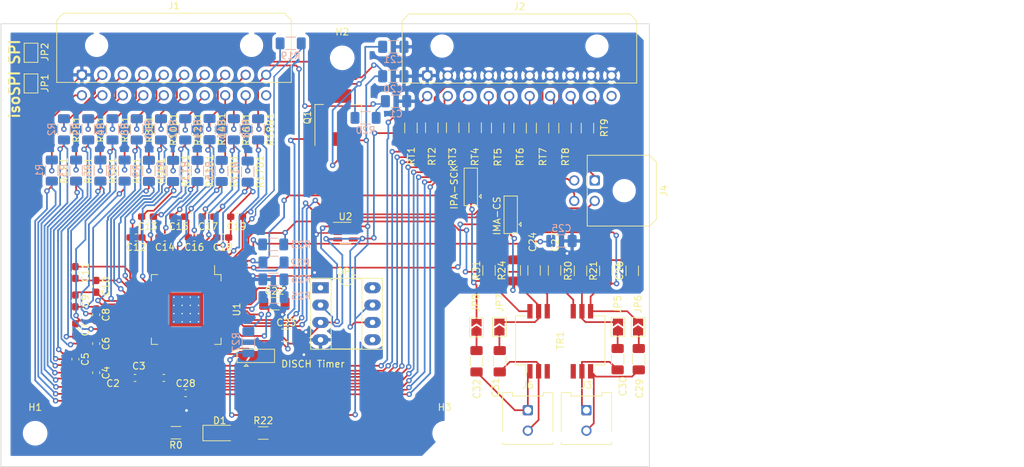
<source format=kicad_pcb>
(kicad_pcb (version 20221018) (generator pcbnew)
  (layers (0 "F.Cu" signal) (31 "B.Cu" signal) (34 "B.Paste" user) (35 "F.Paste" user) (36 "B.SilkS" user "B.Silkscreen") (37 "F.SilkS" user "F.Silkscreen") (38 "B.Mask" user) (39 "F.Mask" user) (44 "Edge.Cuts" user))
  (net 0 "")
  (net 1 "V+")
  (net 2 "V-")
  (net 3 "Net-(U1-C3)")
  (net 4 "Net-(U1-C4)")
  (net 5 "Net-(U1-C5)")
  (net 6 "Net-(U1-C6)")
  (net 7 "Net-(U1-C7)")
  (net 8 "Net-(U1-C8)")
  (net 9 "Net-(U1-C9)")
  (net 10 "Net-(U1-C10)")
  (net 11 "Net-(U1-C11)")
  (net 12 "Net-(U1-C12)")
  (net 13 "Net-(U1-C13)")
  (net 14 "Net-(U1-C14)")
  (net 15 "Net-(U1-C15)")
  (net 16 "Net-(U1-C16)")
  (net 17 "Net-(U1-C17)")
  (net 18 "Net-(U1-C18)")
  (net 19 "C2")
  (net 20 "C1")
  (net 21 "Vreg")
  (net 22 "Net-(Q1-C)")
  (net 23 "Vref1")
  (net 24 "Vref2")
  (net 25 "Net-(TR1-TXCT)")
  (net 26 "Net-(C25-Pad2)")
  (net 27 "Net-(C26-Pad2)")
  (net 28 "Net-(TR1-RXCT)")
  (net 29 "Net-(D1-A)")
  (net 30 "Net-(J1-Pin_2)")
  (net 31 "Net-(J1-Pin_3)")
  (net 32 "Net-(J1-Pin_4)")
  (net 33 "Net-(J1-Pin_5)")
  (net 34 "Net-(J1-Pin_6)")
  (net 35 "Net-(J1-Pin_7)")
  (net 36 "Net-(J1-Pin_8)")
  (net 37 "Net-(J1-Pin_9)")
  (net 38 "Net-(J1-Pin_10)")
  (net 39 "Net-(J1-Pin_11)")
  (net 40 "Net-(J1-Pin_12)")
  (net 41 "Net-(J1-Pin_13)")
  (net 42 "Net-(J1-Pin_14)")
  (net 43 "Net-(J1-Pin_15)")
  (net 44 "Net-(J1-Pin_16)")
  (net 45 "Net-(J1-Pin_17)")
  (net 46 "Net-(J1-Pin_18)")
  (net 47 "Net-(J1-Pin_19)")
  (net 48 "C0")
  (net 49 "S1")
  (net 50 "S2")
  (net 51 "S3")
  (net 54 "Net-(J3-Pin_1)")
  (net 55 "Net-(J3-Pin_2)")
  (net 56 "SCK")
  (net 57 "CS")
  (net 58 "MOSI")
  (net 59 "Net-(J6-Pin_1)")
  (net 60 "Net-(J6-Pin_2)")
  (net 61 "ISOMD")
  (net 62 "Net-(JP3-C)")
  (net 63 "Net-(JP4-C)")
  (net 64 "Net-(JP9-C)")
  (net 65 "Net-(OP1--IN)")
  (net 67 "IBIAS")
  (net 68 "ICMP")
  (net 69 "GPIO9")
  (net 70 "GPIO8")
  (net 71 "GPIO7")
  (net 72 "GPIO6")
  (net 73 "GPIO5")
  (net 74 "GPIO4")
  (net 75 "GPIO3")
  (net 76 "GPIO2")
  (net 77 "GPIO1")
  (net 78 "VDRIVE")
  (net 79 "Net-(U1-S4)")
  (net 80 "Net-(U1-S5)")
  (net 81 "Net-(U1-S6)")
  (net 82 "IMB")
  (net 83 "IPB")
  (net 84 "IMA")
  (net 85 "IPA")
  (net 86 "Net-(U1-S7)")
  (net 87 "Net-(U1-S8)")
  (net 88 "Net-(U1-S9)")
  (net 89 "Net-(U1-S10)")
  (net 90 "Net-(U1-S11)")
  (net 91 "Net-(U1-S12)")
  (net 92 "Net-(U1-S13)")
  (net 93 "Net-(U1-S14)")
  (net 94 "Net-(U1-S15)")
  (net 95 "Net-(U1-S16)")
  (net 96 "Net-(U1-S17)")
  (net 97 "Net-(U1-S18)")
  (net 98 "Net-(U1-WDT)")
  (net 101 "MISO")
  (net 102 "Net-(JP6-A)")
  (net 103 "Net-(JP5-A)")
  (net 104 "Net-(JP7-A)")
  (net 105 "Net-(JP8-A)")
  (footprint "Capacitor_SMD:C_0603_1608Metric_Pad1.08x0.95mm_HandSolder" (layer "F.Cu") (at 110.8964 144.8297 -90)
    (fp_text reference "C7")
    (fp_text value "10u")
  )
  (footprint "Jumper:SolderJumper-3_P2.0mm_Open_TrianglePad1.0x1.5mm" (layer "F.Cu") (at 137.3312 148.6916)
    (fp_text reference "DISCH Timer")
    (fp_text value "DischTimer")
  )
  (footprint "Capacitor_SMD:C_0603_1608Metric_Pad1.08x0.95mm_HandSolder" (layer "F.Cu") (at 113.9444 151.1267 -90)
    (fp_text reference "C4")
    (fp_text value "10u")
  )
  (footprint "Jumper:SolderJumper-2_P1.3mm_Open_TrianglePad1.0x1.5mm" (layer "F.Cu") (at 104.394 104.251 -90)
    (fp_text reference "JP2")
    (fp_text value "isoSPI Mode")
  )
  (footprint "Capacitor_SMD:C_1206_3216Metric_Pad1.33x1.80mm_HandSolder" (layer "F.Cu") (at 181.102 136.144 90)
    (fp_text reference "C24")
    (fp_text value "10n")
  )
  (footprint "Capacitor_SMD:C_1206_3216Metric_Pad1.33x1.80mm_HandSolder" (layer "F.Cu") (at 140.0556 141.0208)
    (fp_text reference "C22")
    (fp_text value "1u")
  )
  (footprint "Capacitor_SMD:C_0603_1608Metric_Pad1.08x0.95mm_HandSolder" (layer "F.Cu") (at 119.634 151.892)
    (fp_text reference "C3")
    (fp_text value "10u")
  )
  (footprint "Resistor_SMD:R_1206_3216Metric_Pad1.30x1.75mm_HandSolder" (layer "F.Cu") (at 179.348 115.29 90)
    (fp_text reference "RT7")
    (fp_text value "10k1%")
  )
  (footprint "Capacitor_SMD:C_1206_3216Metric_Pad1.33x1.80mm_HandSolder" (layer "F.Cu") (at 173.0756 149.4536 -90)
    (fp_text reference "C31")
    (fp_text value "C_Small")
  )
  (footprint "Resistor_SMD:R_1206_3216Metric_Pad1.30x1.75mm_HandSolder" (layer "F.Cu") (at 184.912 136.1948 90)
    (fp_text reference "R30")
    (fp_text value "51R")
  )
  (footprint "Resistor_SMD:R_1206_3216Metric_Pad1.30x1.75mm_HandSolder" (layer "F.Cu") (at 123.444 115.469 -90)
    (fp_text reference "R10B1")
    (fp_text value "33R")
  )
  (footprint "Capacitor_SMD:C_0603_1608Metric_Pad1.08x0.95mm_HandSolder" (layer "F.Cu") (at 113.9444 142.6442 -90)
    (fp_text reference "C8")
    (fp_text value "10u")
  )
  (footprint "Capacitor_SMD:C_0603_1608Metric_Pad1.08x0.95mm_HandSolder" (layer "F.Cu") (at 119.7875 131.318 180)
    (fp_text reference "C12")
    (fp_text value "10u")
  )
  (footprint "Resistor_SMD:R_1206_3216Metric_Pad1.30x1.75mm_HandSolder" (layer "F.Cu") (at 171.5008 136.144 90)
    (fp_text reference "R31")
    (fp_text value "51R")
  )
  (footprint "Resistor_SMD:R_1206_3216Metric_Pad1.30x1.75mm_HandSolder" (layer "F.Cu") (at 121.666 121.539 -90)
    (fp_text reference "R9B1")
    (fp_text value "33R")
  )
  (footprint "Jumper:SolderJumper-3_P2.0mm_Open_TrianglePad1.0x1.5mm" (layer "F.Cu") (at 168.8592 123.9012 90)
    (fp_text reference "IPA-SCK")
    (fp_text value "IPA - SCK")
  )
  (footprint "Jumper:SolderJumper-2_P1.3mm_Open_TrianglePad1.0x1.5mm" (layer "F.Cu") (at 193.3448 144.4382 90)
    (fp_text reference "JP6")
    (fp_text value "4WireSPI")
  )
  (footprint "Resistor_SMD:R_1206_3216Metric_Pad1.30x1.75mm_HandSolder" (layer "F.Cu") (at 109.22 115.469 -90)
    (fp_text reference "R2B1")
    (fp_text value "33R")
  )
  (footprint "MountingHole:MountingHole_3.2mm_M3_DIN965" (layer "F.Cu") (at 150 105)
    (fp_text reference "H2")
    (fp_text value "MountingHole")
  )
  (footprint "Capacitor_SMD:C_0603_1608Metric_Pad1.08x0.95mm_HandSolder" (layer "F.Cu") (at 134.5195 128.27 180)
    (fp_text reference "C19")
    (fp_text value "10u")
  )
  (footprint "Capacitor_SMD:C_0603_1608Metric_Pad1.08x0.95mm_HandSolder" (layer "F.Cu") (at 110.8964 136.4477 -90)
    (fp_text reference "C11")
    (fp_text value "10u")
  )
  (footprint "Capacitor_SMD:C_1206_3216Metric_Pad1.33x1.80mm_HandSolder" (layer "F.Cu") (at 141.7951 145.6436)
    (fp_text reference "C23")
    (fp_text value "1u ")
  )
  (footprint "Resistor_SMD:R_1206_3216Metric_Pad1.30x1.75mm_HandSolder" (layer "F.Cu") (at 116.332 115.469 -90)
    (fp_text reference "R6B1")
    (fp_text value "33R")
  )
  (footprint "Capacitor_SMD:C_1206_3216Metric_Pad1.33x1.80mm_HandSolder" (layer "F.Cu") (at 193.4464 149.1488 -90)
    (fp_text reference "C29")
    (fp_text value "C_Small")
  )
  (footprint "Resistor_SMD:R_1206_3216Metric_Pad1.30x1.75mm_HandSolder" (layer "F.Cu") (at 160.068 115.264 90)
    (fp_text reference "RT1")
    (fp_text value "10k1%")
  )
  (footprint "Resistor_SMD:R_1206_3216Metric_Pad1.30x1.75mm_HandSolder" (layer "F.Cu") (at 107.442 121.513 -90)
    (fp_text reference "R1B1")
    (fp_text value "33R")
  )
  (footprint "Resistor_SMD:R_1206_3216Metric_Pad1.30x1.75mm_HandSolder" (layer "F.Cu") (at 185.928 115.29 90)
    (fp_text reference "RT9")
    (fp_text value "10k1%")
  )
  (footprint "MountingHole:MountingHole_3.2mm_M3_DIN965" (layer "F.Cu") (at 105 160)
    (fp_text reference "H1")
    (fp_text value "MountingHole")
  )
  (footprint "Capacitor_SMD:C_1206_3216Metric_Pad1.33x1.80mm_HandSolder" (layer "F.Cu") (at 169.672 149.4536 -90)
    (fp_text reference "C32")
    (fp_text value "C_Small")
  )
  (footprint "Resistor_SMD:R_1206_3216Metric_Pad1.30x1.75mm_HandSolder" (layer "F.Cu") (at 128.778 121.565 -90)
    (fp_text reference "R13B1")
    (fp_text value "33R")
  )
  (footprint "Resistor_SMD:R_1206_3216Metric_Pad1.30x1.75mm_HandSolder" (layer "F.Cu") (at 114.554 121.513 -90)
    (fp_text reference "R5B1")
    (fp_text value "33R")
  )
  (footprint "Jumper:SolderJumper-2_P1.3mm_Open_TrianglePad1.0x1.5mm" (layer "F.Cu") (at 173.0248 144.4382 90)
    (fp_text reference "JP7")
    (fp_text value "4Wire SPI")
  )
  (footprint "Capacitor_SMD:C_1206_3216Metric_Pad1.33x1.80mm_HandSolder" (layer "F.Cu") (at 178.1048 136.144 -90)
    (fp_text reference "C27")
    (fp_text value "10n")
  )
  (footprint "Connector_Molex:Molex_Micro-Fit_3.0_43045-0400_2x02_P3.00mm_Horizontal" (layer "F.Cu") (at 186.9928 122.96 -90)
    (fp_text reference "J4")
    (fp_text value "Conn_02x02_Odd_Even")
  )
  (footprint "Package_DIP:DIP-8_W7.62mm_Socket_LongPads" (layer "F.Cu") (at 146.812 138.684)
    (fp_text reference "OP1")
    (fp_text value "LT1636")
  )
  (footprint "Capacitor_SMD:C_0603_1608Metric_Pad1.08x0.95mm_HandSolder" (layer "F.Cu") (at 113.9444 146.8617 -90)
    (fp_text reference "C6")
    (fp_text value "10u")
  )
  (footprint "Resistor_SMD:R_1206_3216Metric_Pad1.30x1.75mm_HandSolder" (layer "F.Cu") (at 175.2092 136.144 90)
    (fp_text reference "R24")
    (fp_text value "51R")
  )
  (footprint "Capacitor_SMD:C_0603_1608Metric_Pad1.08x0.95mm_HandSolder" (layer "F.Cu") (at 126.037 128.27 180)
    (fp_text reference "C15")
    (fp_text value "10u")
  )
  (footprint "Resistor_SMD:R_1206_3216Metric_Pad1.30x1.75mm_HandSolder" (layer "F.Cu") (at 132.334 121.565 -90)
    (fp_text reference "R15B1")
    (fp_text value "33R")
  )
  (footprint "Capacitor_SMD:C_0603_1608Metric_Pad1.08x0.95mm_HandSolder" (layer "F.Cu") (at 132.4875 131.318 180)
    (fp_text reference "C18")
    (fp_text value "10u")
  )
  (footprint "Resistor_SMD:R_1206_3216Metric_Pad1.30x1.75mm_HandSolder" (layer "F.Cu") (at 172.768 115.29 90)
    (fp_text reference "RT5")
    (fp_text value "10k1%")
  )
  (footprint "Resistor_SMD:R_1206_3216Metric_Pad1.30x1.75mm_HandSolder" (layer "F.Cu") (at 125.222 121.565 -90)
    (fp_text reference "R11B1")
    (fp_text value "33R")
  )
  (footprint "Resistor_SMD:R_1206_3216Metric_Pad1.30x1.75mm_HandSolder" (layer "F.Cu") (at 163.116 115.238 90)
    (fp_text reference "RT2")
    (fp_text value "10k1%")
  )
  (footprint "Resistor_SMD:R_1206_3216Metric_Pad1.30x1.75mm_HandSolder" (layer "F.Cu") (at 138.43 159.9692)
    (fp_text reference "R22")
    (fp_text value "1-3k")
  )
  (footprint "Resistor_SMD:R_1206_3216Metric_Pad1.30x1.75mm_HandSolder" (layer "F.Cu") (at 130.556 115.443 -90)
    (fp_text reference "R14B1")
    (fp_text value "33R")
  )
  (footprint "Connector_Molex:Molex_Micro-Fit_3.0_43045-0212_2x01_P3.00mm_Vertical" (layer "F.Cu") (at 177.1904 156.6268)
    (fp_text reference "J6")
    (fp_text value "ToMaster")
  )
  (footprint "Capacitor_SMD:C_0603_1608Metric_Pad1.08x0.95mm_HandSolder" (layer "F.Cu") (at 110.8964 140.6122 -90)
    (fp_text reference "C9")
    (fp_text value "10u")
  )
  (footprint "Jumper:SolderJumper-2_P1.3mm_Open_TrianglePad1.0x1.5mm" (layer "F.Cu") (at 104.394 108.749 90)
    (fp_text reference "JP1")
    (fp_text value "SPI Mode")
  )
  (footprint "Resistor_SMD:R_1206_3216Metric_Pad1.30x1.75mm_HandSolder" (layer "F.Cu") (at 112.776 115.469 -90)
    (fp_text reference "R4B1")
    (fp_text value "33R")
  )
  (footprint "Resistor_SMD:R_1206_3216Metric_Pad1.30x1.75mm_HandSolder" (layer "F.Cu") (at 188.6204 136.1948 90)
    (fp_text reference "R21")
    (fp_text value "51R")
  )
  (footprint "Resistor_SMD:R_1206_3216Metric_Pad1.30x1.75mm_HandSolder" (layer "F.Cu") (at 134.112 115.469 -90)
    (fp_text reference "R16B1")
    (fp_text value "33R")
  )
  (footprint "Package_TO_SOT_SMD:SOT-23-5" (layer "F.Cu") (at 150.4696 130.6576)
    (fp_text reference "U2")
    (fp_text value "MAX9031AU")
  )
  (footprint "Resistor_SMD:R_1206_3216Metric_Pad1.30x1.75mm_HandSolder" (layer "F.Cu") (at 137.668 115.469 -90)
    (fp_text reference "R18B1")
    (fp_text value "33R")
  )
  (footprint "Capacitor_SMD:C_1206_3216Metric_Pad1.33x1.80mm_HandSolder" (layer "F.Cu") (at 190.3476 149.1488 -90)
    (fp_text reference "C30")
    (fp_text value "C_Small")
  )
  (footprint "Package_TO_SOT_SMD:SOT-223-3_TabPin2" (layer "F.Cu") (at 149.4028 113.7416 90)
    (fp_text reference "Q1")
    (fp_text value "Q_NPN_BCE DZT5551")
  )
  (footprint "Capacitor_SMD:C_0603_1608Metric_Pad1.08x0.95mm_HandSolder" (layer "F.Cu") (at 123.8515 151.892)
    (fp_text reference "C2")
    (fp_text value "10u")
  )
  (footprint "Package_QFP:LQFP-64-1EP_10x10mm_P0.5mm_EP5x5mm_ThermalVias" (layer "F.Cu") (at 127.136 141.868 -90)
    (fp_text reference "U1")
    (fp_text value "ADBMS1818ASWAZ")
  )
  (footprint "MyFootprints:H0068ANL" (layer "F.Cu") (at 181.9407 146.3988)
    (fp_text reference "TR1")
    (fp_text value "H0068ANL")
  )
  (footprint "Capacitor_SMD:C_0603_1608Metric_Pad1.08x0.95mm_HandSolder" (layer "F.Cu") (at 113.9444 138.4797 -90)
    (fp_text reference "C10")
    (fp_text value "10u")
  )
  (footprint "Resistor_SMD:R_1206_3216Metric_Pad1.30x1.75mm_HandSolder" (layer "F.Cu") (at 136.144 121.666 -90)
    (fp_text reference "R17B1")
    (fp_text value "33R")
  )
  (footprint "Capacitor_SMD:C_1206_3216Metric_Pad1.33x1.80mm_HandSolder" (layer "F.Cu") (at 192.4812 136.1948 90)
    (fp_text reference "C26")
    (fp_text value "10n")
  )
  (footprint "Jumper:SolderJumper-3_P2.0mm_Open_TrianglePad1.0x1.5mm" (layer "F.Cu") (at 174.7012 127.9968 90)
    (fp_text reference "IMA-CS")
    (fp_text value "IMA - CS")
  )
  (footprint "Jumper:SolderJumper-2_P1.3mm_Open_TrianglePad1.0x1.5mm" (layer "F.Cu") (at 190.3984 144.4382 90)
    (fp_text reference "JP5")
    (fp_text value "4WireSPI")
  )
  (footprint "Capacitor_SMD:C_0603_1608Metric_Pad1.08x0.95mm_HandSolder" (layer "F.Cu") (at 130.3285 128.27 180)
    (fp_text reference "C17")
    (fp_text value "10u")
  )
  (footprint "Resistor_SMD:R_1206_3216Metric_Pad1.30x1.75mm_HandSolder" (layer "F.Cu") (at 169.466 115.238 90)
    (fp_text reference "RT4")
    (fp_text value "10k1%")
  )
  (footprint "Resistor_SMD:R_1206_3216Metric_Pad1.30x1.75mm_HandSolder" (layer "F.Cu") (at 127 115.469 -90)
    (fp_text reference "R12B1")
    (fp_text value "33R")
  )
  (footprint "Capacitor_SMD:C_0603_1608Metric_Pad1.08x0.95mm_HandSolder" (layer "F.Cu") (at 110.8964 149.1477 -90)
    (fp_text reference "C5")
    (fp_text value "10u")
  )
  (footprint "MountingHole:MountingHole_3.2mm_M3_DIN965" (layer "F.Cu") (at 165 160)
    (fp_text reference "H3")
    (fp_text value "MountingHole")
  )
  (footprint "Capacitor_SMD:C_0603_1608Metric_Pad1.08x0.95mm_HandSolder" (layer "F.Cu") (at 124.005 131.318 180)
    (fp_text reference "C14")
    (fp_text value "10u")
  )
  (footprint "Capacitor_SMD:C_0603_1608Metric_Pad1.08x0.95mm_HandSolder" (layer "F.Cu") (at 121.465 128.27 180)
    (fp_text reference "C13")
    (fp_text value "10u")
  )
  (footprint "Project_Lib:Molex_Micro-Fit_3.0_43045-2000_2x10_P3.00mm_Horizontal" (layer "F.Cu") (at 162.4584 107.5944)
    (fp_text reference "J2")
    (fp_text value "Conn_02x10_Odd_Even" hide)
  )
  (footprint "Resistor_SMD:R_1206_3216Metric_Pad1.30x1.75mm_HandSolder" (layer "F.Cu") (at 125.6284 159.9184 180)
    (fp_text reference "R0")
    (fp_text value "10R")
  )
  (footprint "Capacitor_SMD:C_0603_1608Metric_Pad1.08x0.95mm_HandSolder" (layer "F.Cu") (at 128.323 131.318 180)
    (fp_text reference "C16")
    (fp_text value "10u")
  )
  (footprint "Resistor_SMD:R_1206_3216Metric_Pad1.30x1.75mm_HandSolder" (layer "F.Cu") (at 176.058 115.29 90)
    (fp_text reference "RT6")
    (fp_text value "10k1%")
  )
  (footprint "Resistor_SMD:R_1206_3216Metric_Pad1.30x1.75mm_HandSolder" (layer "F.Cu") (at 166.176 115.238 90)
    (fp_text reference "RT3")
    (fp_text value "10k1%")
  )
  (footprint "Connector_Molex:Molex_Micro-Fit_3.0_43045-0212_2x01_P3.00mm_Vertical" (layer "F.Cu") (at 185.7756 156.6268)
    (fp_text reference "J3")
    (fp_text value "ToSlave")
  )
  (footprint "Resistor_SMD:R_1206_3216Metric_Pad1.30x1.75mm_HandSolder" (layer "F.Cu") (at 110.998 121.513 -90)
    (fp_text reference "R3B1")
    (fp_text value "33R")
  )
  (footprint "LED_SMD:LED_1206_3216Metric_Pad1.42x1.75mm_HandSolder" (layer "F.Cu") (at 132.0435 159.9692)
    (fp_text reference "D1")
    (fp_text value "LED")
  )
  (footprint "Resistor_SMD:R_1206_3216Metric_Pad1.30x1.75mm_HandSolder" (layer "F.Cu") (at 118.11 121.513 -90)
    (fp_text reference "R7B1")
    (fp_text value "33R")
  )
  (footprint "Jumper:SolderJumper-2_P1.3mm_Open_TrianglePad1.0x1.5mm" (layer "F.Cu") (at 169.672 144.489 90)
    (fp_text reference "JP8")
    (fp_text value "4WireSPI")
  )
  (footprint "Resistor_SMD:R_1206_3216Metric_Pad1.30x1.75mm_HandSolder" (layer "F.Cu") (at 182.638 115.29 90)
    (fp_text reference "RT8")
    (fp_text value "10k1%")
  )
  (footprint "Project_Lib:Molex_Micro-Fit_3.0_43045-2000_2x10_P3.00mm_Horizontal" (layer "F.Cu") (at 111.849 107.49)
    (fp_text reference "J1")
    (fp_text value "Conn_01x20_Female" hide)
  )
  (footprint "Capacitor_SMD:C_0603_1608Metric_Pad1.08x0.95mm_HandSolder" (layer "F.Cu") (at 127.0508 154.1272)
    (fp_text reference "C28")
    (fp_text value "10u")
  )
  (footprint "Resistor_SMD:R_1206_3216Metric_Pad1.30x1.75mm_HandSolder" (layer "F.Cu") (at 119.888 115.469 -90)
    (fp_text reference "R8B1")
    (fp_text value "33R")
  )
  (footprint "Resistor_SMD:R_1206_3216Metric_Pad1.30x1.75mm_HandSolder" (layer "B.Cu") (at 137.668 115.469 -90)
    (fp_text reference "R18")
    (fp_text value "10R")
  )
  (footprint "Resistor_SMD:R_1206_3216Metric_Pad1.30x1.75mm_HandSolder" (layer "B.Cu") (at 136.144 121.666 -90)
    (fp_text reference "R17")
    (fp_text value "10R")
  )
  (footprint "Resistor_SMD:R_1206_3216Metric_Pad1.30x1.75mm_HandSolder" (layer "B.Cu") (at 110.998 121.513 -90)
    (fp_text reference "R3")
    (fp_text value "10R")
  )
  (footprint "Resistor_SMD:R_1206_3216Metric_Pad1.30x1.75mm_HandSolder" (layer "B.Cu") (at 112.776 115.469 -90)
    (fp_text reference "R4")
    (fp_text value "10R")
  )
  (footprint "Resistor_SMD:R_1206_3216Metric_Pad1.30x1.75mm_HandSolder" (layer "B.Cu") (at 123.444 115.469 -90)
    (fp_text reference "R10")
    (fp_text value "10R")
  )
  (footprint "Resistor_SMD:R_1206_3216Metric_Pad1.30x1.75mm_HandSolder" (layer "B.Cu") (at 130.556 115.443 -90)
    (fp_text reference "R14")
    (fp_text value "10R")
  )
  (footprint "Resistor_SMD:R_1206_3216Metric_Pad1.30x1.75mm_HandSolder" (layer "B.Cu") (at 142.4432 102.87)
    (fp_text reference "R19")
    (fp_text value "100R")
  )
  (footprint "Capacitor_SMD:C_1206_3216Metric_Pad1.33x1.80mm_HandSolder" (layer "B.Cu") (at 182.118 131.826 180)
    (fp_text reference "C25")
    (fp_text value "10n")
  )
  (footprint "Resistor_SMD:R_1206_3216Metric_Pad1.30x1.75mm_HandSolder" (layer "B.Cu") (at 132.334 121.565 -90)
    (fp_text reference "R15")
    (fp_text value "10R")
  )
  (footprint "Capacitor_SMD:C_1206_3216Metric_Pad1.33x1.80mm_HandSolder" (layer "B.Cu") (at 157.8864 111.3536)
    (fp_text reference "C1")
    (fp_text value "100n 100V")
  )
  (footprint "Resistor_SMD:R_1206_3216Metric_Pad1.30x1.75mm_HandSolder" (layer "B.Cu") (at 107.442 121.513 -90)
    (fp_text reference "R1")
    (fp_text value "10R")
  )
  (footprint "Resistor_SMD:R_1206_3216Metric_Pad1.30x1.75mm_HandSolder" (layer "B.Cu") (at 136.2456 146.6596 -90)
    (fp_text reference "R27")
    (fp_text value "R")
  )
  (footprint "Resistor_SMD:R_1206_3216Metric_Pad1.30x1.75mm_HandSolder" (layer "B.Cu") (at 128.778 121.565 -90)
    (fp_text reference "R13")
    (fp_text value "10R")
  )
  (footprint "Resistor_SMD:R_1206_3216Metric_Pad1.30x1.75mm_HandSolder" (layer "B.Cu") (at 125.222 121.565 -90)
    (fp_text reference "R11")
    (fp_text value "10R")
  )
  (footprint "Resistor_SMD:R_1206_3216Metric_Pad1.30x1.75mm_HandSolder" (layer "B.Cu") (at 139.9292 140.0556)
    (fp_text reference "R25")
    (fp_text value "R")
  )
  (footprint "Resistor_SMD:R_1206_3216Metric_Pad1.30x1.75mm_HandSolder" (layer "B.Cu") (at 139.9044 137.4648 180)
    (fp_text reference "R26")
    (fp_text value "R")
  )
  (footprint "Resistor_SMD:R_1206_3216Metric_Pad1.30x1.75mm_HandSolder" (layer "B.Cu") (at 114.554 121.513 -90)
    (fp_text reference "R5")
    (fp_text value "10R")
  )
  (footprint "Resistor_SMD:R_1206_3216Metric_Pad1.30x1.75mm_HandSolder" (layer "B.Cu") (at 119.888 115.469 -90)
    (fp_text reference "R8")
    (fp_text value "10R")
  )
  (footprint "Resistor_SMD:R_1206_3216Metric_Pad1.30x1.75mm_HandSolder" (layer "B.Cu") (at 139.8784 132.334 180)
    (fp_text reference "R23")
    (fp_text value "100/120R")
  )
  (footprint "Capacitor_SMD:C_1206_3216Metric_Pad1.33x1.80mm_HandSolder" (layer "B.Cu") (at 157.48 103.378)
    (fp_text reference "C21")
    (fp_text value "0u1 100V")
  )
  (footprint "Resistor_SMD:R_1206_3216Metric_Pad1.30x1.75mm_HandSolder" (layer "B.Cu") (at 116.332 115.469 -90)
    (fp_text reference "R6")
    (fp_text value "10R")
  )
  (footprint "Resistor_SMD:R_1206_3216Metric_Pad1.30x1.75mm_HandSolder" (layer "B.Cu") (at 127 115.469 -90)
    (fp_text reference "R12")
    (fp_text value "10R")
  )
  (footprint "Resistor_SMD:R_1206_3216Metric_Pad1.30x1.75mm_HandSolder" (layer "B.Cu") (at 118.11 121.513 -90)
    (fp_text reference "R7")
    (fp_text value "10R")
  )
  (footprint "Resistor_SMD:R_1206_3216Metric_Pad1.30x1.75mm_HandSolder" (layer "B.Cu") (at 153.416 113.792)
    (fp_text reference "R20")
    (fp_text value "100R")
  )
  (footprint "Resistor_SMD:R_1206_3216Metric_Pad1.30x1.75mm_HandSolder" (layer "B.Cu") (at 139.9292 134.9756)
    (fp_text reference "R32")
    (fp_text value "100/120R")
  )
  (footprint "Resistor_SMD:R_1206_3216Metric_Pad1.30x1.75mm_HandSolder" (layer "B.Cu") (at 121.666 121.565 -90)
    (fp_text reference "R9")
    (fp_text value "10R")
  )
  (footprint "Resistor_SMD:R_1206_3216Metric_Pad1.30x1.75mm_HandSolder" (layer "B.Cu") (at 109.22 115.469 -90)
    (fp_text reference "R2")
    (fp_text value "10R")
  )
  (footprint "Capacitor_SMD:C_1206_3216Metric_Pad1.33x1.80mm_HandSolder" (layer "B.Cu") (at 157.48 107.696)
    (fp_text reference "C20")
    (fp_text value "1u ")
  )
  (footprint "Resistor_SMD:R_1206_3216Metric_Pad1.30x1.75mm_HandSolder" (layer "B.Cu") (at 134.112 115.469 -90)
    (fp_text reference "R16")
    (fp_text value "10R")
  )
  (gr_rect (start 100 100) (end 194.996 164.8971) (stroke (width 0.1)) (fill none) (layer "Edge.Cuts"))
  (gr_text "SPI" (at 102.87 106.172 90) (layer "F.SilkS") (effects (font (size 1.5 1.5) (thickness 0.3) bold) (justify left bottom)))
  (gr_text "isoSPI" (at 102.87 114.046 90) (layer "F.SilkS") (effects (font (size 1.5 1.5) (thickness 0.3) bold) (justify left bottom)))
  (segment (start 131.4704 135.6086) (end 130.886 136.193) (width 0.2) (layer "F.Cu") (net 1))
  (segment (start 133.90024 135.0772) (end 132.0292 135.0772) (width 0.2) (layer "F.Cu") (net 1))
  (segment (start 136.7536 128.5748) (end 135.807 129.5214) (width 0.2) (layer "F.Cu") (net 1))
  (segment (start 135.807 133.17044) (end 133.90024 135.0772) (width 0.2) (layer "F.Cu") (net 1))
  (segment (start 144.526 112.0648) (end 154.2288 112.0648) (width 0.2) (layer "F.Cu") (net 1))
  (segment (start 131.4704 135.6086) (end 131.4978 135.6086) (width 0.2) (layer "F.Cu") (net 1))
  (segment (start 154.2288 112.0648) (end 154.5336 111.76) (width 0.2) (layer "F.Cu") (net 1))
  (segment (start 135.807 129.5214) (end 135.807 133.17044) (width 0.2) (layer "F.Cu") (net 1))
  (segment (start 131.4978 135.6086) (end 132.0292 135.0772) (width 0.2) (layer "F.Cu") (net 1))
  (via (at 154.5336 111.76) (size 0.8) (drill 0.4) (layers "F.Cu" "B.Cu") (net 1))
  (via (at 136.7536 128.5748) (size 0.8) (drill 0.4) (layers "F.Cu" "B.Cu") (net 1))
  (via (at 144.526 112.0648) (size 0.8) (drill 0.4) (layers "F.Cu" "B.Cu") (net 1))
  (segment (start 154.966 112.7115) (end 156.3239 111.3536) (width 0.2) (layer "B.Cu") (net 1))
  (segment (start 144.3624 111.9012) (end 144.526 112.0648) (width 0.2) (layer "B.Cu") (net 1))
  (segment (start 154.5336 111.76) (end 155.9175 111.76) (width 0.2) (layer "B.Cu") (net 1))
  (segment (start 143.9932 103.745) (end 140.0048 107.7334) (width 0.2) (layer "B.Cu") (net 1))
  (segment (start 140.0048 107.7334) (end 140.0048 124.2568) (width 0.2) (layer "B.Cu") (net 1))
  (segment (start 140.0048 124.4092) (end 140.0048 124.2568) (width 0.2) (layer "B.Cu") (net 1))
  (segment (start 137.3012 127.192) (end 137.2616 127.1524) (width 0.2) (layer "B.Cu") (net 1))
  (segment (start 137.2616 127.1524) (end 140.0048 124.4092) (width 0.2) (layer "B.Cu") (net 1))
  (segment (start 143.9932 102.87) (end 144.3624 103.2392) (width 0.2) (layer "B.Cu") (net 1))
  (segment (start 136.8552 128.5748) (end 136.7536 128.5748) (width 0.2) (layer "B.Cu") (net 1))
  (segment (start 137.3012 128.0272) (end 137.3012 127.192) (width 0.2) (layer "B.Cu") (net 1))
  (segment (start 154.966 113.792) (end 154.966 112.7115) (width 0.2) (layer "B.Cu") (net 1))
  (segment (start 155.9175 111.76) (end 156.3239 111.3536) (width 0.2) (layer "B.Cu") (net 1))
  (segment (start 143.9932 102.87) (end 143.9932 103.745) (width 0.2) (layer "B.Cu") (net 1))
  (segment (start 136.7536 128.5748) (end 137.3012 128.0272) (width 0.2) (layer "B.Cu") (net 1))
  (segment (start 144.3624 103.2392) (end 144.3624 111.9012) (width 0.2) (layer "B.Cu") (net 1))
  (segment (start 178.1048 134.5815) (end 181.102 134.5815) (width 0.2) (layer "F.Cu") (net 2))
  (segment (start 127.1784 154.8621) (end 127.9133 154.1272) (width 0.2) (layer "F.Cu") (net 2))
  (segment (start 130.556 159.9692) (end 127.2292 159.9692) (width 0.2) (layer "F.Cu") (net 2))
  (segment (start 145.4537 136.9568) (end 145.9484 136.4621) (width 0.2) (layer "F.Cu") (net 2))
  (segment (start 192.4812 137.7573) (end 192.4812 137.7188) (width 0.2) (layer "F.Cu") (net 2))
  (segment (start 181.102 134.5815) (end 182.0041 134.5815) (width 0.2) (layer "F.Cu") (net 2))
  (segment (start 132.811 140.618) (end 135.226 140.618) (width 0.2) (layer "F.Cu") (net 2))
  (segment (start 141.6181 141.0208) (end 141.6181 142.2015) (width 0.2) (layer "F.Cu") (net 2))
  (segment (start 144.6784 145.1864) (end 143.9041 145.1864) (width 0.2) (layer "F.Cu") (net 2))
  (segment (start 135.226 140.618) (end 136.906 138.938) (width 0.2) (layer "F.Cu") (net 2))
  (segment (start 135.9408 136.9568) (end 135.7376 137.16) (width 0.2) (layer "F.Cu") (net 2))
  (segment (start 146.3785 130.6576) (end 146.1753 130.8608) (width 0.2) (layer "F.Cu") (net 2))
  (segment (start 141.6181 142.2015) (end 141.224 142.5956) (width 0.2) (layer "F.Cu") (net 2))
  (segment (start 136.906 136.9568) (end 145.4537 136.9568) (width 0.2) (layer "F.Cu") (net 2))
  (segment (start 149.3321 130.6576) (end 146.3785 130.6576) (width 0.2) (layer "F.Cu") (net 2))
  (segment (start 144.1704 148.6916) (end 144.3736 148.4884) (width 0.2) (layer "F.Cu") (net 2))
  (segment (start 139.3312 148.6916) (end 144.1704 148.6916) (width 0.2) (layer "F.Cu") (net 2))
  (segment (start 182.0041 134.5815) (end 182.9308 133.6548) (width 0.2) (layer "F.Cu") (net 2))
  (segment (start 111.849 107.49) (end 109.865 109.474) (width 0.2) (layer "F.Cu") (net 2))
  (segment (start 127.1784 159.9184) (end 127.1784 154.8621) (width 0.2) (layer "F.Cu") (net 2))
  (segment (start 192.4812 137.7188) (end 191.008 136.2456) (width 0.2) (layer "F.Cu") (net 2))
  (segment (start 127.2292 159.9692) (end 127.1784 159.9184) (width 0.2) (layer "F.Cu") (net 2))
  (segment (start 136.906 136.9568) (end 135.9408 136.9568) (width 0.2) (layer "F.Cu") (net 2))
  (segment (start 136.906 138.938) (end 136.906 136.9568) (width 0.2) (layer "F.Cu") (net 2))
  (segment (start 143.9041 145.1864) (end 143.4469 145.6436) (width 0.2) (layer "F.Cu") (net 2))
  (segment (start 134.025518 140.118) (end 132.811 140.118) (width 0.2) (layer "F.Cu") (net 2))
  (segment (start 109.865 109.474) (end 104.394 109.474) (width 0.2) (layer "F.Cu") (net 2))
  (segment (start 135.7376 138.405918) (end 134.025518 140.118) (width 0.2) (layer "F.Cu") (net 2))
  (segment (start 135.7376 137.16) (end 135.7376 138.405918) (width 0.2) (layer "F.Cu") (net 2))
  (via (at 182.9308 133.6548) (size 0.8) (drill 0.4) (layers "F.Cu" "B.Cu") (net 2))
  (via (at 145.9484 136.4621) (size 0.8) (drill 0.4) (layers "F.Cu" "B.Cu") (net 2))
  (via (at 141.224 142.5956) (size 0.8) (drill 0.4) (layers "F.Cu" "B.Cu") (net 2))
  (via (at 144.3736 148.4884) (size 0.8) (drill 0.4) (layers "F.Cu" "B.Cu") (net 2))
  (via (at 136.906 136.9568) (size 0.8) (drill 0.4) (layers "F.Cu" "B.Cu") (net 2))
  (via (at 127.1784 156.6672) (size 0.8) (drill 0.4) (layers "F.Cu" "B.Cu") (net 2))
  (via (at 144.6784 145.1864) (size 0.8) (drill 0.4) (layers "F.Cu" "B.Cu") (net 2))
  (via (at 146.1753 130.8608) (size 0.8) (drill 0.4) (layers "F.Cu" "B.Cu") (net 2))
  (via (at 191.008 136.2456) (size 0.8) (drill 0.4) (layers "F.Cu" "B.Cu") (net 2))
  (segment (start 138.3544 137.4648) (end 137.414 137.4648) (width 0.2) (layer "B.Cu") (net 2))
  (segment (start 137.414 137.4648) (end 136.906 136.9568) (width 0.2) (layer "B.Cu") (net 2))
  (segment (start 141.6118 142.5956) (end 141.6118 142.6972) (width 0.2) (layer "B.Cu") (net 2))
  (segment (start 141.224 142.5956) (end 141.6118 142.5956) (width 0.2) (layer "B.Cu") (net 2))
  (segment (start 110.8964 150.0102) (end 113.6904 150.0102) (width 0.25) (layer "F.Cu") (net 3))
  (segment (start 119.8628 145.618) (end 115.2166 150.2642) (width 0.25) (layer "F.Cu") (net 3))
  (segment (start 115.2166 150.2642) (end 113.9444 150.2642) (width 0.25) (layer "F.Cu") (net 3))
  (segment (start 107.948267 150.096121) (end 108.034188 150.0102) (width 0.25) (layer "F.Cu") (net 3))
  (segment (start 121.461 145.618) (end 119.8628 145.618) (width 0.25) (layer "F.Cu") (net 3))
  (segment (start 113.6904 150.0102) (end 113.9444 150.2642) (width 0.25) (layer "F.Cu") (net 3))
  (segment (start 108.034188 150.0102) (end 110.8964 150.0102) (width 0.25) (layer "F.Cu") (net 3))
  (via (at 107.948267 150.096121) (size 0.8) (drill 0.4) (layers "F.Cu" "B.Cu") (net 3))
  (segment (start 107.2758 130.083012) (end 107.2758 149.423654) (width 0.25) (layer "B.Cu") (net 3))
  (segment (start 107.2758 149.423654) (end 107.948267 150.096121) (width 0.25) (layer "B.Cu") (net 3))
  (segment (start 110.998 123.063) (end 110.998 123.5456) (width 0.25) (layer "B.Cu") (net 3))
  (segment (start 111.9632 125.395612) (end 107.2758 130.083012) (width 0.25) (layer "B.Cu") (net 3))
  (segment (start 110.998 123.5456) (end 111.9632 124.5108) (width 0.25) (layer "B.Cu") (net 3))
  (segment (start 111.9632 124.5108) (end 111.9632 125.395612) (width 0.25) (layer "B.Cu") (net 3))
  (segment (start 109.0168 148.2852) (end 110.8964 148.2852) (width 0.25) (layer "F.Cu") (net 4))
  (segment (start 115.3182 147.7242) (end 118.4244 144.618) (width 0.25) (layer "F.Cu") (net 4))
  (segment (start 118.4244 144.618) (end 121.461 144.618) (width 0.25) (layer "F.Cu") (net 4))
  (segment (start 113.9444 147.7242) (end 115.3182 147.7242) (width 0.25) (layer "F.Cu") (net 4))
  (segment (start 113.9444 147.7242) (end 111.4574 147.7242) (width 0.25) (layer "F.Cu") (net 4))
  (segment (start 108.458 147.7264) (end 109.0168 148.2852) (width 0.25) (layer "F.Cu") (net 4))
  (segment (start 111.4574 147.7242) (end 110.8964 148.2852) (width 0.25) (layer "F.Cu") (net 4))
  (via (at 108.458 147.7264) (size 0.8) (drill 0.4) (layers "F.Cu" "B.Cu") (net 4))
  (segment (start 108.3564 147.6248) (end 108.458 147.7264) (width 0.25) (layer "B.Cu") (net 4))
  (segment (start 108.3564 130.275204) (end 108.3564 131.7244) (width 0.25) (layer "B.Cu") (net 4))
  (segment (start 108.3564 131.7244) (end 108.3564 147.6248) (width 0.25) (layer "B.Cu") (net 4))
  (segment (start 113.1316 125.2728) (end 113.1316 125.500004) (width 0.25) (layer "B.Cu") (net 4))
  (segment (start 109.587602 129.044002) (end 108.3564 130.275204) (width 0.25) (layer "B.Cu") (net 4))
  (segment (start 113.1316 125.500004) (end 109.587602 129.044002) (width 0.25) (layer "B.Cu") (net 4))
  (segment (start 112.776 118.0084) (end 113.1316 118.364) (width 0.25) (layer "B.Cu") (net 4))
  (segment (start 113.1316 118.364) (end 113.1316 125.2728) (width 0.25) (layer "B.Cu") (net 4))
  (segment (start 112.776 117.019) (end 112.776 118.0084) (width 0.25) (layer "B.Cu") (net 4))
  (segment (start 113.9444 145.9992) (end 114.6048 145.9992) (width 0.25) (layer "F.Cu") (net 5))
  (segment (start 116.986 143.618) (end 121.461 143.618) (width 0.25) (layer "F.Cu") (net 5))
  (segment (start 113.9444 145.9992) (end 111.2034 145.9992) (width 0.25) (layer "F.Cu") (net 5))
  (segment (start 114.6048 145.9992) (end 116.986 143.618) (width 0.25) (layer "F.Cu") (net 5))
  (segment (start 111.2034 145.9992) (end 110.8964 145.6922) (width 0.25) (layer "F.Cu") (net 5))
  (segment (start 109.5756 145.8468) (end 110.7418 145.8468) (width 0.25) (layer "F.Cu") (net 5))
  (segment (start 110.7418 145.8468) (end 110.8964 145.6922) (width 0.25) (layer "F.Cu") (net 5))
  (via (at 109.5756 145.8468) (size 0.8) (drill 0.4) (layers "F.Cu" "B.Cu") (net 5))
  (segment (start 109.823 131.3688) (end 109.823 145.5994) (width 0.25) (layer "B.Cu") (net 5))
  (segment (start 109.823 145.5994) (end 109.5756 145.8468) (width 0.25) (layer "B.Cu") (net 5))
  (segment (start 114.554 123.063) (end 114.554 123.698) (width 0.25) (layer "B.Cu") (net 5))
  (segment (start 115.062 124.7648) (end 115.1128 124.8156) (width 0.25) (layer "B.Cu") (net 5))
  (segment (start 109.823 130.1054) (end 109.823 131.3688) (width 0.25) (layer "B.Cu") (net 5))
  (segment (start 115.1128 124.8156) (end 109.823 130.1054) (width 0.25) (layer "B.Cu") (net 5))
  (segment (start 115.062 124.206) (end 115.062 124.7648) (width 0.25) (layer "B.Cu") (net 5))
  (segment (start 114.554 123.698) (end 115.062 124.206) (width 0.25) (layer "B.Cu") (net 5))
  (segment (start 110.998 142.8971) (end 111.6076 143.5067) (width 0.25) (layer "F.Cu") (net 6))
  (segment (start 110.998 142.748) (end 110.998 142.8971) (width 0.25) (layer "F.Cu") (net 6))
  (segment (start 114.9637 143.5067) (end 113.9444 143.5067) (width 0.25) (layer "F.Cu") (net 6))
  (segment (start 121.461 142.618) (end 115.8524 142.618) (width 0.25) (layer "F.Cu") (net 6))
  (segment (start 111.3569 143.5067) (end 110.8964 143.9672) (width 0.25) (layer "F.Cu") (net 6))
  (segment (start 113.9444 143.5067) (end 111.6076 143.5067) (width 0.25) (layer "F.Cu") (net 6))
  (segment (start 111.6076 143.5067) (end 111.3569 143.5067) (width 0.25) (layer "F.Cu") (net 6))
  (segment (start 115.8524 142.618) (end 114.9637 143.5067) (width 0.25) (layer "F.Cu") (net 6))
  (via (at 110.998 142.748) (size 0.8) (drill 0.4) (layers "F.Cu" "B.Cu") (net 6))
  (segment (start 116.657547 124.582348) (end 112.3696 128.870295) (width 0.25) (layer "B.Cu") (net 6))
  (segment (start 116.7892 124.450695) (end 116.657547 124.582348) (width 0.25) (layer "B.Cu") (net 6))
  (segment (start 112.3696 131.6228) (end 110.998 132.9944) (width 0.25) (layer "B.Cu") (net 6))
  (segment (start 110.998 132.9944) (end 110.998 142.748) (width 0.25) (layer "B.Cu") (net 6))
  (segment (start 112.3696 128.870295) (end 112.3696 131.6228) (width 0.25) (layer "B.Cu") (net 6))
  (segment (start 116.332 118.11) (end 116.7892 118.5672) (width 0.25) (layer "B.Cu") (net 6))
  (segment (start 116.332 117.019) (end 116.332 118.11) (width 0.25) (layer "B.Cu") (net 6))
  (segment (start 116.7892 118.5672) (end 116.7892 124.450695) (width 0.25) (layer "B.Cu") (net 6))
  (segment (start 113.9444 141.7817) (end 114.1081 141.618) (width 0.25) (layer "F.Cu") (net 7))
  (segment (start 110.8964 141.4747) (end 112.522 141.4747) (width 0.25) (layer "F.Cu") (net 7))
  (segment (start 114.1081 141.618) (end 121.461 141.618) (width 0.25) (layer "F.Cu") (net 7))
  (segment (start 113.6374 141.4747) (end 113.9444 141.7817) (width 0.25) (layer "F.Cu") (net 7))
  (segment (start 112.522 141.4747) (end 113.6374 141.4747) (width 0.25) (layer "F.Cu") (net 7))
  (via (at 112.522 141.4747) (size 0.8) (drill 0.4) (layers "F.Cu" "B.Cu") (net 7))
  (segment (start 118.11 125.289685) (end 113.499277 129.900408) (width 0.25) (layer "B.Cu") (net 7))
  (segment (start 113.499277 140.497423) (end 112.522 141.4747) (width 0.25) (layer "B.Cu") (net 7))
  (segment (start 113.499277 129.900408) (end 113.499277 140.497423) (width 0.25) (layer "B.Cu") (net 7))
  (segment (start 118.11 123.063) (end 118.11 125.289685) (width 0.25) (layer "B.Cu") (net 7))
  (segment (start 116.2812 140.618) (end 116.2812 140.4178) (width 0.25) (layer "F.Cu") (net 8))
  (segment (start 116.2812 140.618) (end 121.461 140.618) (width 0.25) (layer "F.Cu") (net 8))
  (segment (start 111.3039 139.3422) (end 110.8964 139.7497) (width 0.25) (layer "F.Cu") (net 8))
  (segment (start 113.9444 139.3422) (end 115.2202 140.618) (width 0.25) (layer "F.Cu") (net 8))
  (segment (start 113.9444 139.3422) (end 111.3039 139.3422) (width 0.25) (layer "F.Cu") (net 8))
  (segment (start 115.2202 140.618) (end 116.2812 140.618) (width 0.25) (layer "F.Cu") (net 8))
  (segment (start 116.2812 140.4178) (end 116.1222 140.2588) (width 0.25) (layer "F.Cu") (net 8))
  (via (at 116.1222 140.2588) (size 0.8) (drill 0.4) (layers "F.Cu" "B.Cu") (net 8))
  (segment (start 116.1222 140.459) (end 116.2812 140.618) (width 0.25) (layer "B.Cu") (net 8))
  (segment (start 120.4468 118.4148) (end 120.4468 124.225677) (width 0.25) (layer "B.Cu") (net 8))
  (segment (start 116.1222 128.550277) (end 116.1222 140.2588) (width 0.25) (layer "B.Cu") (net 8))
  (segment (start 116.1222 140.2588) (end 116.1222 140.459) (width 0.25) (layer "B.Cu") (net 8))
  (segment (start 119.888 117.019) (end 119.888 117.856) (width 0.25) (layer "B.Cu") (net 8))
  (segment (start 120.4468 124.225677) (end 116.1222 128.550277) (width 0.25) (layer "B.Cu") (net 8))
  (segment (start 119.888 117.856) (end 120.4468 118.4148) (width 0.25) (layer "B.Cu") (net 8))
  (segment (start 119.552 139.618) (end 121.461 139.618) (width 0.25) (layer "F.Cu") (net 9))
  (segment (start 113.9444 137.6172) (end 117.2972 137.6172) (width 0.25) (layer "F.Cu") (net 9))
  (segment (start 117.2972 137.6172) (end 117.5512 137.6172) (width 0.25) (layer "F.Cu") (net 9))
  (segment (start 111.2034 137.6172) (end 110.8964 137.3102) (width 0.25) (layer "F.Cu") (net 9))
  (segment (start 117.5512 137.6172) (end 119.552 139.618) (width 0.25) (layer "F.Cu") (net 9))
  (segment (start 113.9444 137.6172) (end 111.2034 137.6172) (width 0.25) (layer "F.Cu") (net 9))
  (via (at 117.2972 137.6172) (size 0.8) (drill 0.4) (layers "F.Cu" "B.Cu") (net 9))
  (segment (start 120.716069 125.2292) (end 117.5512 128.394069) (width 0.25) (layer "B.Cu") (net 9))
  (segment (start 122.3772 124.636404) (end 121.784404 125.2292) (width 0.25) (layer "B.Cu") (net 9))
  (segment (start 121.666 123.444) (end 122.3772 124.1552) (width 0.25) (layer "B.Cu") (net 9))
  (segment (start 117.2972 129.3368) (end 117.2972 137.6172) (width 0.25) (layer "B.Cu") (net 9))
  (segment (start 121.666 123.115) (end 121.666 123.444) (width 0.25) (layer "B.Cu") (net 9))
  (segment (start 122.3772 124.1552) (end 122.3772 124.636404) (width 0.25) (layer "B.Cu") (net 9))
  (segment (start 117.5512 128.394069) (end 117.5512 129.0828) (width 0.25) (layer "B.Cu") (net 9))
  (segment (start 117.5512 129.0828) (end 117.2972 129.3368) (width 0.25) (layer "B.Cu") (net 9))
  (segment (start 121.784404 125.2292) (end 120.716069 125.2292) (width 0.25) (layer "B.Cu") (net 9))
  (segment (start 121.666 123.115) (end 121.666 123.4948) (width 0.25) (layer "B.Cu") (net 9))
  (segment (start 118.925 136.4488) (end 118.925 137.3146) (width 0.25) (layer "F.Cu") (net 10))
  (segment (start 119.2784 128.9812) (end 119.2784 130.9646) (width 0.25) (layer "F.Cu") (net 10))
  (segment (start 118.925 131.318) (end 118.925 136.4488) (width 0.25) (layer "F.Cu") (net 10))
  (segment (start 110.8964 135.5852) (end 118.0614 135.5852) (width 0.25) (layer "F.Cu") (net 10))
  (segment (start 118.925 137.3146) (end 120.2284 138.618) (width 0.25) (layer "F.Cu") (net 10))
  (segment (start 119.2784 130.9646) (end 118.925 131.318) (width 0.25) (layer "F.Cu") (net 10))
  (segment (start 120.2284 138.618) (end 121.461 138.618) (width 0.25) (layer "F.Cu") (net 10))
  (segment (start 118.0614 135.5852) (end 118.925 136.4488) (width 0.25) (layer "F.Cu") (net 10))
  (via (at 119.2784 128.9812) (size 0.8) (drill 0.4) (layers "F.Cu" "B.Cu") (net 10))
  (segment (start 123.578301 124.732099) (end 122.1668 126.1436) (width 0.25) (layer "B.Cu") (net 10))
  (segment (start 123.578301 124.654406) (end 123.578301 124.732099) (width 0.25) (layer "B.Cu") (net 10))
  (segment (start 121.3612 126.1436) (end 121.074461 126.1436) (width 0.25) (layer "B.Cu") (net 10))
  (segment (start 124.2568 118.4148) (end 123.952 118.7196) (width 0.25) (layer "B.Cu") (net 10))
  (segment (start 123.952 123.3932) (end 123.578301 123.766899) (width 0.25) (layer "B.Cu") (net 10))
  (segment (start 123.578301 123.766899) (end 123.578301 124.654406) (width 0.25) (layer "B.Cu") (net 10))
  (segment (start 122.1668 126.1436) (end 121.3612 126.1436) (width 0.25) (layer "B.Cu") (net 10))
  (segment (start 123.444 117.019) (end 123.444 117.602) (width 0.25) (layer "B.Cu") (net 10))
  (segment (start 123.952 118.7196) (end 123.952 121.412) (width 0.25) (layer "B.Cu") (net 10))
  (segment (start 123.952 121.412) (end 123.952 123.3932) (width 0.25) (layer "B.Cu") (net 10))
  (segment (start 123.444 117.602) (end 124.2568 118.4148) (width 0.25) (layer "B.Cu") (net 10))
  (segment (start 119.2784 127.939661) (end 119.2784 128.9812) (width 0.25) (layer "B.Cu") (net 10))
  (segment (start 121.074461 126.1436) (end 119.2784 127.939661) (width 0.25) (layer "B.Cu") (net 10))
  (segment (start 121.468376 127.404124) (end 122.36066 127.404124) (width 0.25) (layer "F.Cu") (net 11))
  (segment (start 120.6025 128.27) (end 120.6025 131.2705) (width 0.25) (layer "F.Cu") (net 11))
  (segment (start 123.386 134.054) (end 120.65 131.318) (width 0.25) (layer "F.Cu") (net 11))
  (segment (start 120.6025 131.2705) (end 120.65 131.318) (width 0.25) (layer "F.Cu") (net 11))
  (segment (start 123.386 136.193) (end 123.386 134.054) (width 0.25) (layer "F.Cu") (net 11))
  (segment (start 120.6025 128.27) (end 121.468376 127.404124) (width 0.25) (layer "F.Cu") (net 11))
  (segment (start 122.36066 127.404124) (end 125.296228 124.468556) (width 0.25) (layer "F.Cu") (net 11))
  (via (at 125.296228 124.468556) (size 0.8) (drill 0.4) (layers "F.Cu" "B.Cu") (net 11))
  (segment (start 125.222 123.115) (end 125.222 124.46) (width 0.25) (layer "B.Cu") (net 11))
  (segment (start 123.1425 129.085) (end 122.3275 128.27) (width 0.25) (layer "F.Cu") (net 12))
  (segment (start 124.386 133.278792) (end 124.386 136.193) (width 0.25) (layer "F.Cu") (net 12))
  (segment (start 123.1425 131.318) (end 123.1425 129.085) (width 0.25) (layer "F.Cu") (net 12))
  (segment (start 123.1425 131.318) (end 123.1425 132.035292) (width 0.25) (layer "F.Cu") (net 12))
  (segment (start 123.470733 127.972396) (end 122.625104 127.972396) (width 0.25) (layer "F.Cu") (net 12))
  (segment (start 122.625104 127.972396) (end 122.3275 128.27) (width 0.25) (layer "F.Cu") (net 12))
  (segment (start 123.1425 132.035292) (end 124.386 133.278792) (width 0.25) (layer "F.Cu") (net 12))
  (via (at 123.470733 127.972396) (size 0.8) (drill 0.4) (layers "F.Cu" "B.Cu") (net 12))
  (segment (start 127.037 124.751) (end 127.1016 124.8156) (width 0.25) (layer "B.Cu") (net 12))
  (segment (start 127.4572 118.5164) (end 127.4572 123.5456) (width 0.25) (layer "B.Cu") (net 12))
  (segment (start 127 118.0592) (end 127.4572 118.5164) (width 0.25) (layer "B.Cu") (net 12))
  (segment (start 127.037 123.9658) (end 127.037 124.751) (width 0.25) (layer "B.Cu") (net 12))
  (segment (start 127.1016 124.8156) (end 126.4412 125.476) (width 0.25) (layer "B.Cu") (net 12))
  (segment (start 125.6284 126.0348) (end 123.690804 127.972396) (width 0.25) (layer "B.Cu") (net 12))
  (segment (start 127.4572 123.5456) (end 127.3048 123.698) (width 0.25) (layer "B.Cu") (net 12))
  (segment (start 126.096915 125.566285) (end 125.6284 126.0348) (width 0.25) (layer "B.Cu") (net 12))
  (segment (start 126.4412 125.476) (end 126.4412 125.566285) (width 0.25) (layer "B.Cu") (net 12))
  (segment (start 127 117.019) (end 127 117.7544) (width 0.25) (layer "B.Cu") (net 12))
  (segment (start 127 117.7544) (end 127 118.0592) (width 0.25) (layer "B.Cu") (net 12))
  (segment (start 123.690804 127.972396) (end 123.470733 127.972396) (width 0.25) (layer "B.Cu") (net 12))
  (segment (start 127.3048 123.698) (end 127.037 123.9658) (width 0.25) (layer "B.Cu") (net 12))
  (segment (start 126.4412 125.566285) (end 126.096915 125.566285) (width 0.25) (layer "B.Cu") (net 12))
  (segment (start 126.1872 127.2573) (end 125.1745 128.27) (width 0.25) (layer "F.Cu") (net 13))
  (segment (start 125.1745 128.27) (end 125.1745 131.011) (width 0.25) (layer "F.Cu") (net 13))
  (segment (start 126.1872 127.2032) (end 126.1872 127.2573) (width 0.25) (layer "F.Cu") (net 13))
  (segment (start 124.8675 132.4875) (end 124.8675 131.318) (width 0.25) (layer "F.Cu") (net 13))
  (segment (start 125.386 133.006) (end 124.8675 132.4875) (width 0.25) (layer "F.Cu") (net 13))
  (segment (start 125.1745 131.011) (end 124.8675 131.318) (width 0.25) (layer "F.Cu") (net 13))
  (segment (start 125.386 136.193) (end 125.386 133.006) (width 0.25) (layer "F.Cu") (net 13))
  (via (at 126.1872 127.2032) (size 0.8) (drill 0.4) (layers "F.Cu" "B.Cu") (net 13))
  (segment (start 126.1872 127.093077) (end 126.1872 127.2032) (width 0.25) (layer "B.Cu") (net 13))
  (segment (start 128.778 124.502277) (end 127.630738 125.649539) (width 0.25) (layer "B.Cu") (net 13))
  (segment (start 128.778 123.115) (end 128.778 124.502277) (width 0.25) (layer "B.Cu") (net 13))
  (segment (start 127.630738 125.649539) (end 126.1872 127.093077) (width 0.25) (layer "B.Cu") (net 13))
  (segment (start 127.863997 127.305503) (end 126.8995 128.27) (width 0.25) (layer "F.Cu") (net 14))
  (segment (start 127.4605 132.2799) (end 126.386 133.3544) (width 0.25) (layer "F.Cu") (net 14))
  (segment (start 127.4605 128.831) (end 126.8995 128.27) (width 0.25) (layer "F.Cu") (net 14))
  (segment (start 126.386 133.3544) (end 126.386 136.193) (width 0.25) (layer "F.Cu") (net 14))
  (segment (start 127.4605 131.318) (end 127.4605 132.2799) (width 0.25) (layer "F.Cu") (net 14))
  (segment (start 127.863997 127.077981) (end 127.863997 127.305503) (width 0.25) (layer "F.Cu") (net 14))
  (segment (start 127.4605 131.318) (end 127.4605 128.831) (width 0.25) (layer "F.Cu") (net 14))
  (via (at 127.863997 127.077981) (size 0.8) (drill 0.4) (layers "F.Cu" "B.Cu") (net 14))
  (segment (start 130.8845 124.056771) (end 131.134 123.807271) (width 0.25) (layer "B.Cu") (net 14))
  (segment (start 130.556 117.7036) (end 130.556 116.993) (width 0.25) (layer "B.Cu") (net 14))
  (segment (start 127.863997 127.077981) (end 130.8845 124.057478) (width 0.25) (layer "B.Cu") (net 14))
  (segment (start 130.8845 124.057478) (end 130.8845 124.056771) (width 0.25) (layer "B.Cu") (net 14))
  (segment (start 131.134 123.807271) (end 131.134 118.2816) (width 0.25) (layer "B.Cu") (net 14))
  (segment (start 131.134 118.2816) (end 130.556 117.7036) (width 0.25) (layer "B.Cu") (net 14))
  (segment (start 129.466 128.27) (end 129.466 131.0375) (width 0.25) (layer "F.Cu") (net 15))
  (segment (start 129.1855 131.318) (end 129.157604 131.318) (width 0.25) (layer "F.Cu") (net 15))
  (segment (start 129.466 131.0375) (end 129.1855 131.318) (width 0.25) (layer "F.Cu") (net 15))
  (segment (start 129.1855 131.9265) (end 127.386 133.726) (width 0.25) (layer "F.Cu") (net 15))
  (segment (start 129.9464 127.1524) (end 129.9464 127.7896) (width 0.25) (layer "F.Cu") (net 15))
  (segment (start 129.9464 127.7896) (end 129.466 128.27) (width 0.25) (layer "F.Cu") (net 15))
  (segment (start 127.386 133.726) (end 127.386 136.193) (width 0.25) (layer "F.Cu") (net 15))
  (segment (start 129.1855 131.318) (end 129.1855 131.9265) (width 0.25) (layer "F.Cu") (net 15))
  (via (at 129.9464 127.1524) (size 0.8) (drill 0.4) (layers "F.Cu" "B.Cu") (net 15))
  (segment (start 132.334 124.7648) (end 129.9464 127.1524) (width 0.25) (layer "B.Cu") (net 15))
  (segment (start 132.334 123.115) (end 132.334 124.7648) (width 0.25) (layer "B.Cu") (net 15))
  (segment (start 132.459451 126.769851) (end 132.459451 127.001549) (width 0.25) (layer "F.Cu") (net 16))
  (segment (start 131.625 131.318) (end 131.625 128.704) (width 0.25) (layer "F.Cu") (net 16))
  (segment (start 128.386 136.193) (end 128.386 134.1484) (width 0.25) (layer "F.Cu") (net 16))
  (segment (start 132.459451 127.001549) (end 131.191 128.27) (width 0.25) (layer "F.Cu") (net 16))
  (segment (start 128.386 134.1484) (end 131.2164 131.318) (width 0.25) (layer "F.Cu") (net 16))
  (segment (start 131.2164 131.318) (end 131.625 131.318) (width 0.25) (layer "F.Cu") (net 16))
  (segment (start 131.625 128.704) (end 131.191 128.27) (width 0.25) (layer "F.Cu") (net 16))
  (via (at 132.459451 126.769851) (size 0.8) (drill 0.4) (layers "F.Cu" "B.Cu") (net 16))
  (segment (start 134.8232 118.8212) (end 134.8232 124.3584) (width 0.25) (layer "B.Cu") (net 16))
  (segment (start 134.112 117.8052) (end 134.9756 118.6688) (width 0.25) (layer "B.Cu") (net 16))
  (segment (start 134.9756 118.6688) (end 134.8232 118.8212) (width 0.25) (layer "B.Cu") (net 16))
  (segment (start 132.459451 126.722149) (end 132.459451 126.769851) (width 0.25) (layer "B.Cu") (net 16))
  (segment (start 134.8232 124.3584) (end 132.459451 126.722149) (width 0.25) (layer "B.Cu") (net 16))
  (segment (start 134.112 117.019) (end 134.112 117.8052) (width 0.25) (layer "B.Cu") (net 16))
  (segment (start 132.6896 133.35) (end 131.115522 133.35) (width 0.25) (layer "F.Cu") (net 17))
  (segment (start 133.657 127.701801) (end 133.657 128.27) (width 0.25) (layer "F.Cu") (net 17))
  (segment (start 133.657 131.011) (end 133.35 131.318) (width 0.25) (layer "F.Cu") (net 17))
  (segment (start 133.35 131.318) (end 133.35 132.6896) (width 0.25) (layer "F.Cu") (net 17))
  (segment (start 131.115522 133.35) (end 129.386 135.079522) (width 0.25) (layer "F.Cu") (net 17))
  (segment (start 133.657 128.27) (end 133.657 131.011) (width 0.25) (layer "F.Cu") (net 17))
  (segment (start 133.35 132.6896) (end 132.6896 133.35) (width 0.25) (layer "F.Cu") (net 17))
  (segment (start 129.386 135.079522) (end 129.386 136.193) (width 0.25) (layer "F.Cu") (net 17))
  (segment (start 136.909504 124.449297) (end 133.657 127.701801) (width 0.25) (layer "F.Cu") (net 17))
  (via (at 136.9 124.6) (size 0.8) (drill 0.4) (layers "F.Cu" "B.Cu") (net 17))
  (segment (start 136.144 123.683793) (end 136.909504 124.449297) (width 0.25) (layer "B.Cu") (net 17))
  (segment (start 136.144 123.216) (end 136.144 123.683793) (width 0.25) (layer "B.Cu") (net 17))
  (segment (start 136.0932 127.5588) (end 135.382 128.27) (width 0.25) (layer "F.Cu") (net 18))
  (segment (start 135.382 128.27) (end 135.382 132.9944) (width 0.25) (layer "F.Cu") (net 18))
  (segment (start 133.8072 134.5692) (end 131.169114 134.5692) (width 0.25) (layer "F.Cu") (net 18))
  (segment (start 135.382 132.9944) (end 133.8072 134.5692) (width 0.25) (layer "F.Cu") (net 18))
  (segment (start 136.6012 127.5588) (end 136.0932 127.5588) (width 0.25) (layer "F.Cu") (net 18))
  (segment (start 130.386 135.352314) (end 130.386 136.193) (width 0.25) (layer "F.Cu") (net 18))
  (segment (start 131.169114 134.5692) (end 130.386 135.352314) (width 0.25) (layer "F.Cu") (net 18))
  (via (at 136.6012 127.5588) (size 0.8) (drill 0.4) (layers "F.Cu" "B.Cu") (net 18))
  (segment (start 136.6012 127.5588) (end 136.6012 127.2032) (width 0.25) (layer "B.Cu") (net 18))
  (segment (start 136.6012 127.2032) (end 138.8872 124.9172) (width 0.25) (layer "B.Cu") (net 18))
  (segment (start 137.668 117.019) (end 137.668 117.094) (width 0.25) (layer "B.Cu") (net 18))
  (segment (start 137.668 117.094) (end 138.8872 118.3132) (width 0.25) (layer "B.Cu") (net 18))
  (segment (start 138.8872 118.3132) (end 138.8872 124.9172) (width 0.25) (layer "B.Cu") (net 18))
  (segment (start 120.2944 149.6568) (end 118.7715 151.1797) (width 0.25) (layer "F.Cu") (net 19))
  (segment (start 123.886 148.656) (end 122.8852 149.6568) (width 0.25) (layer "F.Cu") (net 19))
  (segment (start 108.2084 151.9892) (end 113.9444 151.9892) (width 0.25) (layer "F.Cu") (net 19))
  (segment (start 118.7715 151.1797) (end 118.7715 151.892) (width 0.25) (layer "F.Cu") (net 19))
  (segment (start 108.0008 152.1968) (end 108.2084 151.9892) (width 0.25) (layer "F.Cu") (net 19))
  (segment (start 122.8852 149.6568) (end 120.2944 149.6568) (width 0.25) (layer "F.Cu") (net 19))
  (segment (start 123.886 147.543) (end 123.886 148.656) (width 0.25) (layer "F.Cu") (net 19))
  (segment (start 118.6743 151.9892) (end 118.7715 151.892) (width 0.25) (layer "F.Cu") (net 19))
  (segment (start 113.9444 151.9892) (end 118.6743 151.9892) (width 0.25) (layer "F.Cu") (net 19))
  (via (at 108.0008 152.1968) (size 0.8) (drill 0.4) (layers "F.Cu" "B.Cu") (net 19))
  (segment (start 109.728 126.262004) (end 109.511402 126.478602) (width 0.25) (layer "B.Cu") (net 19))
  (segment (start 106.3752 133.2484) (end 106.3752 150.631305) (width 0.25) (layer "B.Cu") (net 19))
  (segment (start 109.22 117.856) (end 109.728 118.364) (width 0.25) (layer "B.Cu") (net 19))
  (segment (start 106.3752 150.631305) (end 107.940695 152.1968) (width 0.25) (layer "B.Cu") (net 19))
  (segment (start 107.940695 152.1968) (end 108.0008 152.1968) (width 0.25) (layer "B.Cu") (net 19))
  (segment (start 109.22 117.019) (end 109.22 117.856) (width 0.25) (layer "B.Cu") (net 19))
  (segment (start 109.728 118.364) (end 109.728 126.262004) (width 0.25) (layer "B.Cu") (net 19))
  (segment (start 109.511402 126.478602) (end 106.3752 129.614804) (width 0.25) (layer "B.Cu") (net 19))
  (segment (start 106.3752 129.614804) (end 106.3752 133.2484) (width 0.25) (layer "B.Cu") (net 19))
  (segment (start 122.989 151.892) (end 122.989 151.2802) (width 0.25) (layer "F.Cu") (net 20))
  (segment (start 124.886 149.3832) (end 124.886 147.543) (width 0.25) (layer "F.Cu") (net 20))
  (segment (start 120.4965 151.892) (end 122.989 151.892) (width 0.25) (layer "F.Cu") (net 20))
  (segment (start 122.989 151.2802) (end 124.886 149.3832) (width 0.25) (layer "F.Cu") (net 20))
  (segment (start 108.0008 154.2288) (end 118.6347 154.2288) (width 0.25) (layer "F.Cu") (net 20))
  (segment (start 120.4965 152.367) (end 120.4965 151.892) (width 0.25) (layer "F.Cu") (net 20))
  (segment (start 118.6347 154.2288) (end 120.4965 152.367) (width 0.25) (layer "F.Cu") (net 20))
  (via (at 108.0008 154.2288) (size 0.8) (drill 0.4) (layers "F.Cu" "B.Cu") (net 20))
  (segment (start 108.0008 126.566804) (end 106.793602 127.774002) (width 0.25) (layer "B.Cu") (net 20))
  (segment (start 107.442 124.0536) (end 108.0008 124.6124) (width 0.25) (layer "B.Cu") (net 20))
  (segment (start 106.793602 127.774002) (end 105.4608 129.106804) (width 0.25) (layer "B.Cu") (net 20))
  (segment (start 105.4608 140.3604) (end 105.4608 151.6888) (width 0.25) (layer "B.Cu") (net 20))
  (segment (start 105.4608 151.6888) (end 108.0008 154.2288) (width 0.25) (layer "B.Cu") (net 20))
  (segment (start 108.0008 124.6124) (end 108.0008 126.566804) (width 0.25) (layer "B.Cu") (net 20))
  (segment (start 105.4608 129.106804) (end 105.4608 140.3604) (width 0.25) (layer "B.Cu") (net 20))
  (segment (start 107.442 123.063) (end 107.442 124.0536) (width 0.25) (layer "B.Cu") (net 20))
  (segment (start 137.3384 157.3276) (end 139.98 159.9692) (width 0.25) (layer "F.Cu") (net 21))
  (segment (start 154.6352 106.0704) (end 152.8572 107.8484) (width 0.25) (layer "F.Cu") (net 21))
  (segment (start 153.7208 129.6924) (end 151.6223 129.6924) (width 0.25) (layer "F.Cu") (net 21))
  (segment (start 135.3312 148.6916) (end 134.112 148.6916) (width 0.25) (layer "F.Cu") (net 21))
  (segment (start 147.6756 108.1024) (end 147.6248 108.1532) (width 0.25) (layer "F.Cu") (net 21))
  (segment (start 144.7292 105.5624) (end 111.0996 105.5624) (width 0.25) (layer "F.Cu") (net 21))
  (segment (start 151.9936 108.1024) (end 147.6756 108.1024) (width 0.25) (layer "F.Cu") (net 21))
  (segment (start 111.0996 105.5624) (end 109.0632 103.526) (width 0.25) (layer "F.Cu") (net 21))
  (segment (start 144.78 105.5624) (end 144.7292 105.5624) (width 0.25) (layer "F.Cu") (net 21))
  (segment (start 151.9052 117.094) (end 151.7028 116.8916) (width 0.25) (layer "F.Cu") (net 21))
  (segment (start 134.112 148.6916) (end 133.5532 149.2504) (width 0.25) (layer "F.Cu") (net 21))
  (segment (start 151.6223 129.6924) (end 151.6071 129.7076) (width 0.25) (layer "F.Cu") (net 21))
  (segment (start 153.5176 117.094) (end 151.9052 117.094) (width 0.25) (layer "F.Cu") (net 21))
  (segment (start 130.886 147.543) (end 131.7298 148.3868) (width 0.25) (layer "F.Cu") (net 21))
  (segment (start 152.8572 107.8484) (end 152.2476 107.8484) (width 0.25) (layer "F.Cu") (net 21))
  (segment (start 147.6248 108.1532) (end 145.034 105.5624) (width 0.25) (layer "F.Cu") (net 21))
  (segment (start 104.394 103.526) (end 109.0632 103.526) (width 0.25) (layer "F.Cu") (net 21))
  (segment (start 145.034 105.5624) (end 144.7292 105.5624) (width 0.25) (layer "F.Cu") (net 21))
  (segment (start 152.2476 107.8484) (end 151.9936 108.1024) (width 0.25) (layer "F.Cu") (net 21))
  (segment (start 137.3384 157.3276) (end 151.8412 157.3276) (width 0.25) (layer "F.Cu") (net 21))
  (segment (start 151.8412 157.3276) (end 151.892 157.2768) (width 0.25) (layer "F.Cu") (net 21))
  (segment (start 131.7298 148.3868) (end 135.3316 148.3868) (width 0.25) (layer "F.Cu") (net 21))
  (segment (start 133.8072 157.3276) (end 137.3384 157.3276) (width 0.25) (layer "F.Cu") (net 21))
  (via (at 153.7208 129.6924) (size 0.8) (drill 0.4) (layers "F.Cu" "B.Cu") (net 21))
  (via (at 133.5532 149.2504) (size 0.8) (drill 0.4) (layers "F.Cu" "B.Cu") (net 21))
  (via (at 154.6352 106.0704) (size 0.8) (drill 0.4) (layers "F.Cu" "B.Cu") (net 21))
  (via (at 133.8072 157.3276) (size 0.8) (drill 0.4) (layers "F.Cu" "B.Cu") (net 21))
  (via (at 153.5176 117.094) (size 0.8) (drill 0.4) (layers "F.Cu" "B.Cu") (net 21))
  (via (at 151.892 157.2768) (size 0.8) (drill 0.4) (layers "F.Cu" "B.Cu") (net 21))
  (segment (start 133.5532 157.0736) (end 133.8072 157.3276) (width 0.25) (layer "B.Cu") (net 21))
  (segment (start 151.892 157.2768) (end 151.892 143.276) (width 0.25) (layer "B.Cu") (net 21))
  (segment (start 151.892 143.276) (end 151.892 134.2136) (width 0.25) (layer "B.Cu") (net 21))
  (segment (start 151.892 134.2136) (end 153.3144 132.7912) (width 0.25) (layer "B.Cu") (net 21))
  (segment (start 153.7208 117.2972) (end 153.5176 117.094) (width 0.25) (layer "B.Cu") (net 21))
  (segment (start 133.5532 149.2504) (end 133.5532 157.0736) (width 0.25) (layer "B.Cu") (net 21))
  (segment (start 136.2456 148.2096) (end 134.594 148.2096) (width 0.25) (layer "B.Cu") (net 21))
  (segment (start 151.892 143.276) (end 153.8832 141.2848) (width 0.25) (layer "B.Cu") (net 21))
  (segment (start 153.4668 109.0168) (end 154.7876 107.696) (width 0.25) (layer "B.Cu") (net 21))
  (segment (start 153.7208 129.6924) (end 153.7208 117.2972) (width 0.25) (layer "B.Cu") (net 21))
  (segment (start 153.5176 117.094) (end 153.5176 109.0676) (width 0.25) (layer "B.Cu") (net 21))
  (segment (start 155.9175 106.9463) (end 155.0416 106.0704) (width 0.25) (layer "B.Cu") (net 21))
  (segment (start 153.5176 109.0676) (end 153.4668 109.0168) (width 0.25) (layer "B.Cu") (net 21))
  (segment (start 153.7208 132.3848) (end 153.7208 129.6924) (width 0.25) (layer "B.Cu") (net 21))
  (segment (start 155.0416 106.0704) (end 154.6352 106.0704) (width 0.25) (layer "B.Cu") (net 21))
  (segment (start 155.9175 107.696) (end 155.9175 106.9463) (width 0.25) (layer "B.Cu") (net 21))
  (segment (start 154.7876 107.696) (end 155.9175 107.696) (width 0.25) (layer "B.Cu") (net 21))
  (segment (start 153.3144 132.7912) (end 153.7208 132.3848) (width 0.25) (layer "B.Cu") (net 21))
  (segment (start 134.594 148.2096) (end 133.5532 149.2504) (width 0.25) (layer "B.Cu") (net 21))
  (segment (start 152.4508 108.8136) (end 151.1808 108.8136) (width 0.25) (layer "F.Cu") (net 22))
  (segment (start 151.1808 108.8136) (end 149.4028 110.5916) (width 0.25) (layer "F.Cu") (net 22))
  (segment (start 149.4028 119.9388) (end 148.59 120.7516) (width 0.25) (layer "F.Cu") (net 22))
  (segment (start 149.4028 116.8916) (end 149.4028 119.9388) (width 0.25) (layer "F.Cu") (net 22))
  (via (at 152.4508 108.8136) (size 0.8) (drill 0.4) (layers "F.Cu" "B.Cu") (net 22))
  (via (at 148.59 120.7516) (size 0.8) (drill 0.4) (layers "F.Cu" "B.Cu") (net 22))
  (segment (start 153.3664 103.378) (end 155.9175 103.378) (width 0.25) (layer "B.Cu") (net 22))
  (segment (start 148.59 120.7516) (end 148.59 112.6744) (width 0.25) (layer "B.Cu") (net 22))
  (segment (start 151.866 109.3984) (end 152.4508 108.8136) (width 0.25) (layer "B.Cu") (net 22))
  (segment (start 151.866 113.792) (end 151.866 109.3984) (width 0.25) (layer "B.Cu") (net 22))
  (segment (start 153.3664 103.378) (end 153.3664 107.898) (width 0.25) (layer "B.Cu") (net 22))
  (segment (start 148.59 112.6744) (end 152.4508 108.8136) (width 0.25) (layer "B.Cu") (net 22))
  (segment (start 153.3664 107.898) (end 152.4508 108.8136) (width 0.25) (layer "B.Cu") (net 22))
  (segment (start 135.4836 145.7452) (end 138.5824 145.7452) (width 0.25) (layer "F.Cu") (net 23))
  (segment (start 135.2296 145.7452) (end 135.4836 145.7452) (width 0.25) (layer "F.Cu") (net 23))
  (segment (start 139.192 141.7197) (end 138.4931 141.0208) (width 0.25) (layer "F.Cu") (net 23))
  (segment (start 132.811 144.618) (end 134.1024 144.618) (width 0.25) (layer "F.Cu") (net 23))
  (segment (start 139.192 142.5956) (end 139.192 141.7197) (width 0.25) (layer "F.Cu") (net 23))
  (segment (start 134.1024 144.618) (end 135.2296 145.7452) (width 0.25) (layer "F.Cu") (net 23))
  (via (at 138.5824 145.7452) (size 0.8) (drill 0.4) (layers "F.Cu" "B.Cu") (net 23))
  (via (at 139.192 142.5956) (size 0.8) (drill 0.4) (layers "F.Cu" "B.Cu") (net 23))
  (segment (start 138.8502 145.4774) (end 138.8502 142.9374) (width 0.25) (layer "B.Cu") (net 23))
  (segment (start 138.5824 145.7452) (end 138.8502 145.4774) (width 0.25) (layer "B.Cu") (net 23))
  (segment (start 138.8502 142.9374) (end 139.192 142.5956) (width 0.25) (layer "B.Cu") (net 23))
  (segment (start 132.811 145.118) (end 133.651686 145.118) (width 0.25) (layer "F.Cu") (net 24))
  (segment (start 149.3321 129.7076) (end 147.3556 129.7076) (width 0.25) (layer "F.Cu") (net 24))
  (segment (start 135.003886 146.4702) (end 139.4953 146.4702) (width 0.25) (layer "F.Cu") (net 24))
  (segment (start 141.0208 145.6436) (end 140.3219 145.6436) (width 0.25) (layer "F.Cu") (net 24))
  (segment (start 144.097574 146.8686) (end 142.2458 146.8686) (width 0.25) (layer "F.Cu") (net 24))
  (segment (start 146.812 144.154174) (end 144.097574 146.8686) (width 0.25) (layer "F.Cu") (net 24))
  (segment (start 149.098 143.764) (end 146.812 143.764) (width 0.25) (layer "F.Cu") (net 24))
  (segment (start 139.4953 146.4702) (end 140.3219 145.6436) (width 0.25) (layer "F.Cu") (net 24))
  (segment (start 142.2458 146.8686) (end 141.0208 145.6436) (width 0.25) (layer "F.Cu") (net 24))
  (segment (start 149.2504 143.6116) (end 149.098 143.764) (width 0.25) (layer "F.Cu") (net 24))
  (segment (start 133.651686 145.118) (end 135.003886 146.4702) (width 0.25) (layer "F.Cu") (net 24))
  (segment (start 147.3556 129.7076) (end 147.1168 129.9464) (width 0.25) (layer "F.Cu") (net 24))
  (segment (start 146.812 143.764) (end 146.812 144.154174) (width 0.25) (layer "F.Cu") (net 24))
  (via (at 147.1168 129.9464) (size 0.8) (drill 0.4) (layers "F.Cu" "B.Cu") (net 24))
  (via (at 149.2504 143.6116) (size 0.8) (drill 0.4) (layers "F.Cu" "B.Cu") (net 24))
  (segment (start 146.8998 130.1634) (end 146.8998 132.879) (width 0.25) (layer "B.Cu") (net 24))
  (segment (start 148.336 134.3152) (end 149.2504 135.2296) (width 0.25) (layer "B.Cu") (net 24))
  (segment (start 149.2504 135.2296) (end 149.2504 143.6116) (width 0.25) (layer "B.Cu") (net 24))
  (segment (start 147.1168 129.9464) (end 146.8998 130.1634) (width 0.25) (layer "B.Cu") (net 24))
  (segment (start 146.8998 132.879) (end 148.336 134.3152) (width 0.25) (layer "B.Cu") (net 24))
  (segment (start 183.8457 142.1248) (end 183.8457 140.4502) (width 0.25) (layer "F.Cu") (net 25))
  (segment (start 183.8457 140.4502) (end 181.102 137.7065) (width 0.25) (layer "F.Cu") (net 25))
  (segment (start 175.2092 134.594) (end 176.3528 134.594) (width 0.25) (layer "F.Cu") (net 26))
  (segment (start 178.9916 131.9) (end 179.0192 131.9276) (width 0.25) (layer "F.Cu") (net 26))
  (segment (start 171.5008 134.594) (end 175.2092 134.594) (width 0.25) (layer "F.Cu") (net 26))
  (segment (start 176.7 134.2) (end 176.7 132.9) (width 0.25) (layer "F.Cu") (net 26))
  (segment (start 177.7 131.9) (end 178.9916 131.9) (width 0.25) (layer "F.Cu") (net 26))
  (segment (start 176.3528 134.594) (end 176.3528 134.5472) (width 0.25) (layer "F.Cu") (net 26))
  (segment (start 176.7 132.9) (end 177.7 131.9) (width 0.25) (layer "F.Cu") (net 26))
  (segment (start 176.3528 134.5472) (end 176.7 134.2) (width 0.25) (layer "F.Cu") (net 26))
  (via (at 179.0192 131.9276) (size 0.8) (drill 0.4) (layers "F.Cu" "B.Cu") (net 26))
  (segment (start 180.4539 131.9276) (end 180.5555 131.826) (width 0.25) (layer "B.Cu") (net 26))
  (segment (start 179.0192 131.9276) (end 180.4539 131.9276) (width 0.25) (layer "B.Cu") (net 26))
  (segment (start 192.4812 134.6323) (end 184.9245 134.6323) (width 0.25) (layer "F.Cu") (net 27))
  (segment (start 184.9245 134.6323) (end 184.912 134.6448) (width 0.25) (layer "F.Cu") (net 27))
  (segment (start 178.1048 137.7065) (end 180.0357 139.6374) (width 0.25) (layer "F.Cu") (net 28))
  (segment (start 180.0357 139.6374) (end 180.0357 142.1248) (width 0.25) (layer "F.Cu") (net 28))
  (segment (start 136.88 159.9692) (end 133.531 159.9692) (width 0.25) (layer "F.Cu") (net 29))
  (segment (start 110.810826 110.49) (end 107.442 113.858826) (width 0.25) (layer "F.Cu") (net 30))
  (segment (start 111.849 110.49) (end 110.810826 110.49) (width 0.25) (layer "F.Cu") (net 30))
  (segment (start 107.442 119.963) (end 107.442 121.539) (width 0.25) (layer "F.Cu") (net 30))
  (segment (start 107.442 113.858826) (end 107.442 119.963) (width 0.25) (layer "F.Cu") (net 30))
  (via (at 107.442 121.539) (size 0.8) (drill 0.4) (layers "F.Cu" "B.Cu") (net 30))
  (segment (start 107.442 121.539) (end 107.442 119.963) (width 0.25) (layer "B.Cu") (net 30))
  (segment (start 109.22 113.919) (end 109.22 115.443) (width 0.25) (layer "F.Cu") (net 31))
  (segment (start 110.033604 113.919) (end 109.22 113.919) (width 0.25) (layer "F.Cu") (net 31))
  (segment (start 113.774 108.565) (end 113.774 110.178604) (width 0.25) (layer "F.Cu") (net 31))
  (segment (start 113.774 110.178604) (end 110.033604 113.919) (width 0.25) (layer "F.Cu") (net 31))
  (segment (start 114.849 107.49) (end 113.774 108.565) (width 0.25) (layer "F.Cu") (net 31))
  (via (at 109.22 115.443) (size 0.8) (drill 0.4) (layers "F.Cu" "B.Cu") (net 31))
  (segment (start 109.22 115.443) (end 109.22 113.919) (width 0.25) (layer "B.Cu") (net 31))
  (segment (start 110.998 119.963) (end 110.998 121.412) (width 0.25) (layer "F.Cu") (net 32))
  (segment (start 110.998 113.591) (end 110.998 119.963) (width 0.25) (layer "F.Cu") (net 32))
  (segment (start 114.099 110.49) (end 110.998 113.591) (width 0.25) (layer "F.Cu") (net 32))
  (segment (start 114.849 110.49) (end 114.099 110.49) (width 0.25) (layer "F.Cu") (net 32))
  (via (at 110.998 121.412) (size 0.8) (drill 0.4) (layers "F.Cu" "B.Cu") (net 32))
  (segment (start 110.998 121.412) (end 110.998 119.963) (width 0.25) (layer "B.Cu") (net 32))
  (segment (start 116.774 110.928604) (end 113.783604 113.919) (width 0.25) (layer "F.Cu") (net 33))
  (segment (start 112.776 113.919) (end 112.776 115.443) (width 0.25) (layer "F.Cu") (net 33))
  (segment (start 113.783604 113.919) (end 112.776 113.919) (width 0.25) (layer "F.Cu") (net 33))
  (segment (start 116.774 108.565) (end 116.774 110.928604) (width 0.25) (layer "F.Cu") (net 33))
  (segment (start 117.849 107.49) (end 116.774 108.565) (width 0.25) (layer "F.Cu") (net 33))
  (via (at 112.776 115.443) (size 0.8) (drill 0.4) (layers "F.Cu" "B.Cu") (net 33))
  (segment (start 112.776 115.443) (end 112.776 113.919) (width 0.25) (layer "B.Cu") (net 33))
  (segment (start 117.849 110.49) (end 114.554 113.785) (width 0.25) (layer "F.Cu") (net 34))
  (segment (start 114.554 113.785) (end 114.554 119.963) (width 0.25) (layer "F.Cu") (net 34))
  (segment (start 114.554 119.963) (end 114.554 121.539) (width 0.25) (layer "F.Cu") (net 34))
  (via (at 114.554 121.539) (size 0.8) (drill 0.4) (layers "F.Cu" "B.Cu") (net 34))
  (segment (start 114.554 121.539) (end 114.554 119.963) (width 0.25) (layer "B.Cu") (net 34))
  (segment (start 119.774 110.928604) (end 116.783604 113.919) (width 0.25) (layer "F.Cu") (net 35))
  (segment (start 119.774 108.565) (end 119.774 110.928604) (width 0.25) (layer "F.Cu") (net 35))
  (segment (start 116.783604 113.919) (end 116.332 113.919) (width 0.25) (layer "F.Cu") (net 35))
  (segment (start 116.332 113.919) (end 116.332 115.443) (width 0.25) (layer "F.Cu") (net 35))
  (segment (start 120.849 107.49) (end 119.774 108.565) (width 0.25) (layer "F.Cu") (net 35))
  (via (at 116.332 115.443) (size 0.8) (drill 0.4) (layers "F.Cu" "B.Cu") (net 35))
  (segment (start 116.332 115.443) (end 116.332 113.919) (width 0.25) (layer "B.Cu") (net 35))
  (segment (start 120.849 110.49) (end 118.11 113.229) (width 0.25) (layer "F.Cu") (net 36))
  (segment (start 118.11 119.963) (end 118.11 121.412) (width 0.25) (layer "F.Cu") (net 36))
  (segment (start 118.11 113.229) (end 118.11 119.963) (width 0.25) (layer "F.Cu") (net 36))
  (via (at 118.11 121.412) (size 0.8) (drill 0.4) (layers "F.Cu" "B.Cu") (net 36))
  (segment (start 118.11 121.412) (end 118.11 119.963) (width 0.25) (layer "B.Cu") (net 36))
  (segment (start 122.774 108.565) (end 122.774 110.928604) (width 0.25) (layer "F.Cu") (net 37))
  (segment (start 123.849 107.49) (end 122.774 108.565) (width 0.25) (layer "F.Cu") (net 37))
  (segment (start 122.774 110.928604) (end 119.888 113.814604) (width 0.25) (layer "F.Cu") (net 37))
  (segment (start 119.888 113.919) (end 119.888 115.443) (width 0.25) (layer "F.Cu") (net 37))
  (segment (start 119.888 113.814604) (end 119.888 113.919) (width 0.25) (layer "F.Cu") (net 37))
  (via (at 119.888 115.443) (size 0.8) (drill 0.4) (layers "F.Cu" "B.Cu") (net 37))
  (segment (start 119.888 115.443) (end 119.888 113.919) (width 0.25) (layer "B.Cu") (net 37))
  (segment (start 121.666 112.673) (end 121.666 119.989) (width 0.25) (layer "F.Cu") (net 38))
  (segment (start 123.849 110.49) (end 121.666 112.673) (width 0.25) (layer "F.Cu") (net 38))
  (segment (start 121.666 119.989) (end 121.666 121.539) (width 0.25) (layer "F.Cu") (net 38))
  (via (at 121.666 121.539) (size 0.8) (drill 0.4) (layers "F.Cu" "B.Cu") (net 38))
  (segment (start 121.666 121.539) (end 121.666 120.015) (width 0.25) (layer "B.Cu") (net 38))
  (segment (start 125.774 110.827) (end 123.444 113.157) (width 0.25) (layer "F.Cu") (net 39))
  (segment (start 126.849 107.49) (end 125.774 108.565) (width 0.25) (layer "F.Cu") (net 39))
  (segment (start 125.774 108.565) (end 125.774 110.827) (width 0.25) (layer "F.Cu") (net 39))
  (segment (start 123.444 113.919) (end 123.444 115.443) (width 0.25) (layer "F.Cu") (net 39))
  (segment (start 123.444 113.157) (end 123.444 113.919) (width 0.25) (layer "F.Cu") (net 39))
  (via (at 123.444 115.443) (size 0.8) (drill 0.4) (layers "F.Cu" "B.Cu") (net 39))
  (segment (start 123.444 115.443) (end 123.444 113.919) (width 0.25) (layer "B.Cu") (net 39))
  (segment (start 125.222 112.117) (end 125.222 120.015) (width 0.25) (layer "F.Cu") (net 40))
  (segment (start 125.222 120.015) (end 125.222 121.539) (width 0.25) (layer "F.Cu") (net 40))
  (segment (start 126.849 110.49) (end 125.222 112.117) (width 0.25) (layer "F.Cu") (net 40))
  (via (at 125.222 121.539) (size 0.8) (drill 0.4) (layers "F.Cu" "B.Cu") (net 40))
  (segment (start 125.222 121.539) (end 125.222 120.015) (width 0.25) (layer "B.Cu") (net 40))
  (segment (start 127 115.57) (end 127 113.919) (width 0.25) (layer "F.Cu") (net 41))
  (segment (start 128.328 109.011) (end 128.328 112.591) (width 0.25) (layer "F.Cu") (net 41))
  (segment (start 129.849 107.49) (end 128.328 109.011) (width 0.25) (layer "F.Cu") (net 41))
  (segment (start 128.328 112.591) (end 127 113.919) (width 0.25) (layer "F.Cu") (net 41))
  (via (at 127 115.57) (size 0.8) (drill 0.4) (layers "F.Cu" "B.Cu") (net 41))
  (segment (start 127 115.57) (end 127 113.919) (width 0.25) (layer "B.Cu") (net 41))
  (segment (start 128.778 120.015) (end 128.778 121.539) (width 0.25) (layer "F.Cu") (net 42))
  (segment (start 128.778 111.561) (end 128.778 120.015) (width 0.25) (layer "F.Cu") (net 42))
  (segment (start 129.849 110.49) (end 128.778 111.561) (width 0.25) (layer "F.Cu") (net 42))
  (via (at 128.778 121.539) (size 0.8) (drill 0.4) (layers "F.Cu" "B.Cu") (net 42))
  (segment (start 128.778 121.539) (end 128.778 120.015) (width 0.25) (layer "B.Cu") (net 42))
  (segment (start 131.774 112.675) (end 130.556 113.893) (width 0.25) (layer "F.Cu") (net 43))
  (segment (start 132.849 107.49) (end 131.774 108.565) (width 0.25) (layer "F.Cu") (net 43))
  (segment (start 131.774 108.565) (end 131.774 112.675) (width 0.25) (layer "F.Cu") (net 43))
  (segment (start 130.556 113.893) (end 130.556 115.316) (width 0.25) (layer "F.Cu") (net 43))
  (segment (start 130.556 115.316) (end 130.429 115.443) (width 0.25) (layer "F.Cu") (net 43))
  (via (at 130.429 115.443) (size 0.8) (drill 0.4) (layers "F.Cu" "B.Cu") (net 43))
  (segment (start 130.429 114.02) (end 130.556 113.893) (width 0.25) (layer "B.Cu") (net 43))
  (segment (start 130.429 115.443) (end 130.429 114.02) (width 0.25) (layer "B.Cu") (net 43))
  (segment (start 132.334 120.015) (end 132.334 121.539) (width 0.25) (layer "F.Cu") (net 44))
  (segment (start 132.849 119.5) (end 132.334 120.015) (width 0.25) (layer "F.Cu") (net 44))
  (segment (start 132.849 110.49) (end 132.849 119.5) (width 0.25) (layer "F.Cu") (net 44))
  (via (at 132.334 121.539) (size 0.8) (drill 0.4) (layers "F.Cu" "B.Cu") (net 44))
  (segment (start 132.334 121.539) (end 132.334 120.015) (width 0.25) (layer "B.Cu") (net 44))
  (segment (start 134.112 113.919) (end 134.112 115.443) (width 0.25) (layer "F.Cu") (net 45))
  (segment (start 134.112 113.919) (end 134.112 109.227) (width 0.25) (layer "F.Cu") (net 45))
  (segment (start 134.112 109.227) (end 135.849 107.49) (width 0.25) (layer "F.Cu") (net 45))
  (via (at 134.112 115.443) (size 0.8) (drill 0.4) (layers "F.Cu" "B.Cu") (net 45))
  (segment (start 134.112 115.443) (end 134.112 113.919) (width 0.25) (layer "B.Cu") (net 45))
  (segment (start 135.849 110.49) (end 135.849 119.821) (width 0.25) (layer "F.Cu") (net 46))
  (segment (start 135.849 119.821) (end 136.144 120.116) (width 0.25) (layer "F.Cu") (net 46))
  (segment (start 136.144 120.116) (end 136.144 121.539) (width 0.25) (layer "F.Cu") (net 46))
  (via (at 136.144 121.539) (size 0.8) (drill 0.4) (layers "F.Cu" "B.Cu") (net 46))
  (segment (start 136.144 121.539) (end 136.144 120.116) (width 0.25) (layer "B.Cu") (net 46))
  (segment (start 137.668 113.919) (end 137.668 115.316) (width 0.25) (layer "F.Cu") (net 47))
  (segment (start 138.849 107.49) (end 137.668 108.671) (width 0.25) (layer "F.Cu") (net 47))
  (segment (start 137.668 115.316) (end 137.795 115.443) (width 0.25) (layer "F.Cu") (net 47))
  (segment (start 137.668 108.671) (end 137.668 113.919) (width 0.25) (layer "F.Cu") (net 47))
  (via (at 137.795 115.443) (size 0.8) (drill 0.4) (layers "F.Cu" "B.Cu") (net 47))
  (segment (start 140.8932 102.87) (end 140.8932 105.4458) (width 0.25) (layer "B.Cu") (net 47))
  (segment (start 140.8932 105.4458) (end 138.849 107.49) (width 0.25) (layer "B.Cu") (net 47))
  (segment (start 137.795 115.443) (end 137.795 114.046) (width 0.25) (layer "B.Cu") (net 47))
  (segment (start 137.795 114.046) (end 137.668 113.919) (width 0.25) (layer "B.Cu") (net 47))
  (segment (start 126.1883 154.1272) (end 126.1883 153.3663) (width 0.25) (layer "F.Cu") (net 48))
  (segment (start 125.886 150.72) (end 125.886 147.543) (width 0.25) (layer "F.Cu") (net 48))
  (segment (start 126.1883 154.1272) (end 126.1883 157.8085) (width 0.25) (layer "F.Cu") (net 48))
  (segment (start 124.714 151.892) (end 125.886 150.72) (width 0.25) (layer "F.Cu") (net 48))
  (segment (start 126.1883 157.8085) (end 124.0784 159.9184) (width 0.25) (layer "F.Cu") (net 48))
  (segment (start 126.1883 153.3663) (end 124.714 151.892) (width 0.25) (layer "F.Cu") (net 48))
  (segment (start 123.8515 151.054096) (end 125.386 149.519596) (width 0.25) (layer "F.Cu") (net 49))
  (segment (start 125.386 149.519596) (end 125.386 147.543) (width 0.25) (layer "F.Cu") (net 49))
  (segment (start 123.8515 152.362496) (end 123.8515 151.054096) (width 0.25) (layer "F.Cu") (net 49))
  (segment (start 107.442 123.063) (end 107.442 123.7996) (width 0.25) (layer "F.Cu") (net 49))
  (segment (start 120.969196 155.2448) (end 123.8515 152.362496) (width 0.25) (layer "F.Cu") (net 49))
  (segment (start 107.442 123.7996) (end 106.7308 124.5108) (width 0.25) (layer "F.Cu") (net 49))
  (segment (start 108.0008 155.2448) (end 120.969196 155.2448) (width 0.25) (layer "F.Cu") (net 49))
  (via (at 106.7308 124.5108) (size 0.8) (drill 0.4) (layers "F.Cu" "B.Cu") (net 49))
  (via (at 108.0008 155.2448) (size 0.8) (drill 0.4) (layers "F.Cu" "B.Cu") (net 49))
  (segment (start 107.991495 155.2448) (end 108.0008 155.2448) (width 0.25) (layer "B.Cu") (net 49))
  (segment (start 105.0108 152.264105) (end 107.991495 155.2448) (width 0.25) (layer "B.Cu") (net 49))
  (segment (start 106.7308 127.1524) (end 105.5116 128.3716) (width 0.25) (layer "B.Cu") (net 49))
  (segment (start 105.0108 128.8724) (end 105.0108 152.264105) (width 0.25) (layer "B.Cu") (net 49))
  (segment (start 105.5116 128.3716) (end 105.0108 128.8724) (width 0.25) (layer "B.Cu") (net 49))
  (segment (start 106.7308 124.5108) (end 106.7308 127.1524) (width 0.25) (layer "B.Cu") (net 49))
  (segment (start 109.22 117.8052) (end 108.6612 118.364) (width 0.25) (layer "F.Cu") (net 50))
  (segment (start 118.783696 153.2128) (end 119.634 152.362496) (width 0.25) (layer "F.Cu") (net 50))
  (segment (start 109.22 117.019) (end 109.22 117.8052) (width 0.25) (layer "F.Cu") (net 50))
  (segment (start 120.941504 150.114) (end 123.064396 150.114) (width 0.25) (layer "F.Cu") (net 50))
  (segment (start 119.634 151.421504) (end 120.941504 150.114) (width 0.25) (layer "F.Cu") (net 50))
  (segment (start 123.064396 150.114) (end 124.386 148.792396) (width 0.25) (layer "F.Cu") (net 50))
  (segment (start 124.386 148.792396) (end 124.386 147.543) (width 0.25) (layer "F.Cu") (net 50))
  (segment (start 108.0516 153.2128) (end 118.783696 153.2128) (width 0.25) (layer "F.Cu") (net 50))
  (segment (start 119.634 152.362496) (end 119.634 151.421504) (width 0.25) (layer "F.Cu") (net 50))
  (via (at 108.6612 118.364) (size 0.8) (drill 0.4) (layers "F.Cu" "B.Cu") (net 50))
  (via (at 108.0516 153.2128) (size 0.8) (drill 0.4) (layers "F.Cu" "B.Cu") (net 50))
  (segment (start 105.9252 151.171854) (end 107.966146 153.2128) (width 0.25) (layer "B.Cu") (net 50))
  (segment (start 108.6612 126.5428) (end 107.188 128.016) (width 0.25) (layer "B.Cu") (net 50))
  (segment (start 107.966146 153.2128) (end 108.0516 153.2128) (width 0.25) (layer "B.Cu") (net 50))
  (segment (start 108.6612 118.364) (end 108.6612 126.5428) (width 0.25) (layer "B.Cu") (net 50))
  (segment (start 107.188 128.016) (end 105.9252 129.2788) (width 0.25) (layer "B.Cu") (net 50))
  (segment (start 105.9252 129.2788) (end 105.9252 151.171854) (width 0.25) (layer "B.Cu") (net 50))
  (segment (start 107.9025 151.1267) (end 117.9609 151.1267) (width 0.25) (layer "F.Cu") (net 51))
  (segment (start 117.9609 151.1267) (end 121.5446 147.543) (width 0.25) (layer "F.Cu") (net 51))
  (segment (start 107.8992 151.13) (end 107.9025 151.1267) (width 0.25) (layer "F.Cu") (net 51))
  (segment (start 110.998 124.570198) (end 111.146101 124.718299) (width 0.25) (layer "F.Cu") (net 51))
  (segment (start 121.5446 147.543) (end 123.386 147.543) (width 0.25) (layer "F.Cu") (net 51))
  (segment (start 110.998 123.063) (end 110.998 124.570198) (width 0.25) (layer "F.Cu") (net 51))
  (via (at 107.8992 151.13) (size 0.8) (drill 0.4) (layers "F.Cu" "B.Cu") (net 51))
  (via (at 111.146101 124.718299) (size 0.8) (drill 0.4) (layers "F.Cu" "B.Cu") (net 51))
  (segment (start 106.8258 129.8006) (end 106.8258 130.4544) (width 0.25) (layer "B.Cu") (net 51))
  (segment (start 110.3376 126.2888) (end 106.8258 129.8006) (width 0.25) (layer "B.Cu") (net 51))
  (segment (start 111.146101 125.480299) (end 110.3376 126.2888) (width 0.25) (layer "B.Cu") (net 51))
  (segment (start 106.8258 130.4544) (end 106.8258 150.0566) (width 0.25) (layer "B.Cu") (net 51))
  (segment (start 111.146101 124.718299) (end 111.146101 125.480299) (width 0.25) (layer "B.Cu") (net 51))
  (segment (start 106.8258 150.0566) (end 107.8992 151.13) (width 0.25) (layer "B.Cu") (net 51))
  (segment (start 185.7756 156.6268) (end 185.1157 155.9669) (width 0.25) (layer "F.Cu") (net 54))
  (segment (start 185.1157 149.5547) (end 185.1157 150.9268) (width 0.25) (layer "F.Cu") (net 54))
  (segment (start 189.1781 149.5418) (end 185.1286 149.5418) (width 0.25) (layer "F.Cu") (net 54))
  (segment (start 185.1286 149.5418) (end 185.1157 149.5547) (width 0.25) (layer "F.Cu") (net 54))
  (segment (start 190.3476 150.7113) (end 189.1781 149.5418) (width 0.25) (layer "F.Cu") (net 54))
  (segment (start 185.1157 155.9669) (end 185.1157 150.9268) (width 0.25) (layer "F.Cu") (net 54))
  (segment (start 186.8506 158.5518) (end 185.7756 159.6268) (width 0.25) (layer "F.Cu") (net 55))
  (segment (start 192.4589 151.6988) (end 187.1572 151.6988) (width 0.25) (layer "F.Cu") (net 55))
  (segment (start 193.4464 150.7113) (end 192.4589 151.6988) (width 0.25) (layer "F.Cu") (net 55))
  (segment (start 186.8506 151.3922) (end 186.8506 158.5518) (width 0.25) (layer "F.Cu") (net 55))
  (segment (start 186.3852 150.9268) (end 186.8506 151.3922) (width 0.25) (layer "F.Cu") (net 55))
  (segment (start 187.1572 151.6988) (end 186.3852 150.9268) (width 0.25) (layer "F.Cu") (net 55))
  (segment (start 186.9928 122.3644) (end 186.0296 121.4012) (width 0.25) (layer "F.Cu") (net 56))
  (segment (start 186.9928 122.96) (end 186.9928 122.3644) (width 0.25) (layer "F.Cu") (net 56))
  (segment (start 186.0296 121.4012) (end 169.3592 121.4012) (width 0.25) (layer "F.Cu") (net 56))
  (segment (start 169.3592 121.4012) (end 168.8592 121.9012) (width 0.25) (layer "F.Cu") (net 56))
  (segment (start 179.0918 125.9968) (end 174.7012 125.9968) (width 0.25) (layer "F.Cu") (net 57))
  (segment (start 185.9178 127.035) (end 186.9928 125.96) (width 0.25) (layer "F.Cu") (net 57))
  (segment (start 180.13 127.035) (end 179.0918 125.9968) (width 0.25) (layer "F.Cu") (net 57))
  (segment (start 180.13 127.035) (end 185.9178 127.035) (width 0.25) (layer "F.Cu") (net 57))
  (segment (start 171.5008 122.7328) (end 171.2468 122.9868) (width 0.25) (layer "F.Cu") (net 58))
  (segment (start 134.826808 143.618) (end 135.517208 144.3084) (width 0.25) (layer "F.Cu") (net 58))
  (segment (start 170.7388 123.4948) (end 171.2468 122.9868) (width 0.25) (layer "F.Cu") (net 58))
  (segment (start 135.517208 144.3084) (end 143.894887 144.3084) (width 0.25) (layer "F.Cu") (net 58))
  (segment (start 143.894887 144.3084) (end 144.120423 144.082864) (width 0.25) (layer "F.Cu") (net 58))
  (segment (start 148.0958 127.9282) (end 169.3534 127.9282) (width 0.25) (layer "F.Cu") (net 58))
  (segment (start 146.05 125.8824) (end 148.0958 127.9282) (width 0.25) (layer "F.Cu") (net 58))
  (segment (start 183.0324 122.7328) (end 171.5008 122.7328) (width 0.25) (layer "F.Cu") (net 58))
  (segment (start 171.2468 122.9868) (end 171.3992 122.8344) (width 0.25) (layer "F.Cu") (net 58))
  (segment (start 183.0324 122.7328) (end 183.2596 122.96) (width 0.25) (layer "F.Cu") (net 58))
  (segment (start 132.811 143.618) (end 134.826808 143.618) (width 0.25) (layer "F.Cu") (net 58))
  (segment (start 170.7388 126.5428) (end 170.7388 123.4948) (width 0.25) (layer "F.Cu") (net 58))
  (segment (start 169.3534 127.9282) (end 170.7388 126.5428) (width 0.25) (layer "F.Cu") (net 58))
  (via (at 144.120423 144.082864) (size 0.8) (drill 0.4) (layers "F.Cu" "B.Cu") (net 58))
  (via (at 146.05 125.8824) (size 0.8) (drill 0.4) (layers "F.Cu" "B.Cu") (net 58))
  (segment (start 144.787004 143.416283) (end 144.787004 127.145396) (width 0.25) (layer "B.Cu") (net 58))
  (segment (start 144.787004 127.145396) (end 146.05 125.8824) (width 0.25) (layer "B.Cu") (net 58))
  (segment (start 144.120423 144.082864) (end 144.787004 143.416283) (width 0.25) (layer "B.Cu") (net 58))
  (segment (start 169.672 151.0161) (end 175.2827 156.6268) (width 0.25) (layer "F.Cu") (net 59))
  (segment (start 177.1904 151.2321) (end 177.4957 150.9268) (width 0.25) (layer "F.Cu") (net 59))
  (segment (start 177.1904 156.6268) (end 177.1904 151.2321) (width 0.25) (layer "F.Cu") (net 59))
  (segment (start 175.2827 156.6268) (end 177.1904 156.6268) (width 0.25) (layer "F.Cu") (net 59))
  (segment (start 178.7652 158.052) (end 178.7652 150.9268) (width 0.25) (layer "F.Cu") (net 60))
  (segment (start 178.4402 149.5418) (end 178.7652 149.8668) (width 0.25) (layer "F.Cu") (net 60))
  (segment (start 174.5499 149.5418) (end 178.4402 149.5418) (width 0.25) (layer "F.Cu") (net 60))
  (segment (start 177.1904 159.6268) (end 178.7652 158.052) (width 0.25) (layer "F.Cu") (net 60))
  (segment (start 178.7652 149.8668) (end 178.7652 150.9268) (width 0.25) (layer "F.Cu") (net 60))
  (segment (start 173.0756 151.0161) (end 174.5499 149.5418) (width 0.25) (layer "F.Cu") (net 60))
  (segment (start 142.3416 143.4084) (end 143.256 142.494) (width 0.25) (layer "F.Cu") (net 61))
  (segment (start 143.3576 106.2228) (end 143.6624 106.5276) (width 0.25) (layer "F.Cu") (net 61))
  (segment (start 104.394 108.024) (end 104.394 104.976) (width 0.25) (layer "F.Cu") (net 61))
  (segment (start 104.394 108.024) (end 106.304 106.114) (width 0.25) (layer "F.Cu") (net 61))
  (segment (start 135.0996 142.618) (end 135.89 143.4084) (width 0.25) (layer "F.Cu") (net 61))
  (segment (start 143.6624 106.5276) (end 143.6624 106.6292) (width 0.25) (layer "F.Cu") (net 61))
  (segment (start 106.304 106.114) (end 112.014 106.114) (width 0.25) (layer "F.Cu") (net 61))
  (segment (start 135.89 143.4084) (end 142.3416 143.4084) (width 0.25) (layer "F.Cu") (net 61))
  (segment (start 112.014 106.114) (end 143.2488 106.114) (width 0.25) (layer "F.Cu") (net 61))
  (segment (start 132.811 142.618) (end 135.0996 142.618) (width 0.25) (layer "F.Cu") (net 61))
  (segment (start 143.2488 106.114) (end 143.3576 106.2228) (width 0.25) (layer "F.Cu") (net 61))
  (via (at 143.256 142.494) (size 0.8) (drill 0.4) (layers "F.Cu" "B.Cu") (net 61))
  (via (at 143.6624 106.6292) (size 0.8) (drill 0.4) (layers "F.Cu" "B.Cu") (net 61))
  (segment (start 143.6624 106.6292) (end 143.6624 142.0876) (width 0.25) (layer "B.Cu") (net 61))
  (segment (start 143.6624 142.0876) (end 143.256 142.494) (width 0.25) (layer "B.Cu") (net 61))
  (segment (start 137.0076 135.7376) (end 166.8272 135.7376) (width 0.25) (layer "F.Cu") (net 62))
  (segment (start 137.0076 135.7376) (end 135.9408 135.7376) (width 0.25) (layer "F.Cu") (net 62))
  (segment (start 133.924478 139.618) (end 132.811 139.618) (width 0.25) (layer "F.Cu") (net 62))
  (segment (start 167.2844 129.3876) (end 173.3104 129.3876) (width 0.25) (layer "F.Cu") (net 62))
  (segment (start 173.3104 129.3876) (end 174.7012 127.9968) (width 0.25) (layer "F.Cu") (net 62))
  (segment (start 135.0264 138.516078) (end 133.924478 139.618) (width 0.25) (layer "F.Cu") (net 62))
  (segment (start 135.9408 135.7376) (end 135.0264 136.652) (width 0.25) (layer "F.Cu") (net 62))
  (segment (start 166.8272 135.7376) (end 166.9288 135.636) (width 0.25) (layer "F.Cu") (net 62))
  (segment (start 135.0264 136.652) (end 135.0264 138.516078) (width 0.25) (layer "F.Cu") (net 62))
  (via (at 137.0076 135.7376) (size 0.8) (drill 0.4) (layers "F.Cu" "B.Cu") (net 62))
  (via (at 167.2844 129.3876) (size 0.8) (drill 0.4) (layers "F.Cu" "B.Cu") (net 62))
  (via (at 166.9288 135.636) (size 0.8) (drill 0.4) (layers "F.Cu" "B.Cu") (net 62))
  (segment (start 166.9288 135.636) (end 167.2844 135.2804) (width 0.25) (layer "B.Cu") (net 62))
  (segment (start 137.4456 136.1756) (end 137.0076 135.7376) (width 0.25) (layer "B.Cu") (net 62))
  (segment (start 140.2792 136.1756) (end 137.4456 136.1756) (width 0.25) (layer "B.Cu") (net 62))
  (segment (start 141.4792 134.9756) (end 140.2792 136.1756) (width 0.25) (layer "B.Cu") (net 62))
  (segment (start 167.2844 135.2804) (end 167.2844 129.3876) (width 0.25) (layer "B.Cu") (net 62))
  (segment (start 141.478 125.8824) (end 142.203 125.1574) (width 0.25) (layer "F.Cu") (net 63))
  (segment (start 142.203 125.1574) (end 167.603 125.1574) (width 0.25) (layer "F.Cu") (net 63))
  (segment (start 136.144 134.7216) (end 134.361 136.5046) (width 0.25) (layer "F.Cu") (net 63))
  (segment (start 167.603 125.1574) (end 168.8592 123.9012) (width 0.25) (layer "F.Cu") (net 63))
  (segment (start 134.361 138.545082) (end 133.788082 139.118) (width 0.25) (layer "F.Cu") (net 63))
  (segment (start 136.906 134.7216) (end 136.144 134.7216) (width 0.25) (layer "F.Cu") (net 63))
  (segment (start 133.788082 139.118) (end 132.811 139.118) (width 0.25) (layer "F.Cu") (net 63))
  (segment (start 134.361 136.5046) (end 134.361 138.545082) (width 0.25) (layer "F.Cu") (net 63))
  (via (at 141.478 125.8824) (size 0.8) (drill 0.4) (layers "F.Cu" "B.Cu") (net 63))
  (via (at 136.906 134.7216) (size 0.8) (drill 0.4) (layers "F.Cu" "B.Cu") (net 63))
  (segment (start 139.3034 134.0514) (end 139.3034 130.5462) (width 0.25) (layer "B.Cu") (net 63))
  (segment (start 137.16 134.9756) (end 136.906 134.7216) (width 0.25) (layer "B.Cu") (net 63))
  (segment (start 138.3792 134.9756) (end 137.16 134.9756) (width 0.25) (layer "B.Cu") (net 63))
  (segment (start 139.3034 130.5462) (end 141.478 128.3716) (width 0.25) (layer "B.Cu") (net 63))
  (segment (start 141.478 128.3716) (end 141.478 125.8824) (width 0.25) (layer "B.Cu") (net 63))
  (segment (start 138.3792 134.9756) (end 139.3034 134.0514) (width 0.25) (layer "B.Cu") (net 63))
  (segment (start 131.2164 145.8976) (end 131.2164 144.871914) (width 0.25) (layer "F.Cu") (net 64))
  (segment (start 131.970314 144.118) (end 132.811 144.118) (width 0.25) (layer "F.Cu") (net 64))
  (segment (start 132.9354 147.6166) (end 131.2164 145.8976) (width 0.25) (layer "F.Cu") (net 64))
  (segment (start 131.2164 144.871914) (end 131.970314 144.118) (width 0.25) (layer "F.Cu") (net 64))
  (segment (start 136.2562 147.6166) (end 132.9354 147.6166) (width 0.25) (layer "F.Cu") (net 64))
  (segment (start 137.3312 148.6916) (end 136.2562 147.6166) (width 0.25) (layer "F.Cu") (net 64))
  (segment (start 159.2812 116.0272) (end 160.068 116.814) (width 0.25) (layer "F.Cu") (net 65))
  (segment (start 160.068 116.814) (end 159.788 117.094) (width 0.25) (layer "F.Cu") (net 65))
  (segment (start 184.8612 112.6732) (end 185.928 113.74) (width 0.25) (layer "F.Cu") (net 65))
  (segment (start 166.9796 109.2708) (end 166.926 109.3244) (width 0.25) (layer "F.Cu") (net 65))
  (segment (start 152.9588 131.4704) (end 154.5336 131.4704) (width 0.25) (layer "F.Cu") (net 65))
  (segment (start 172.8724 109.2708) (end 175.8188 109.2708) (width 0.25) (layer "F.Cu") (net 65))
  (segment (start 151.8279 143.764) (end 154.432 143.764) (width 0.25) (layer "F.Cu") (net 65))
  (segment (start 165.1 109.2708) (end 166.9796 109.2708) (width 0.25) (layer "F.Cu") (net 65))
  (segment (start 166.926 109.3244) (end 166.926 110.95) (width 0.25) (layer "F.Cu") (net 65))
  (segment (start 163.116 113.688) (end 163.5334 113.2706) (width 0.25) (layer "F.Cu") (net 65))
  (segment (start 175.8188 109.2708) (end 176.058 109.51) (width 0.25) (layer "F.Cu") (net 65))
  (segment (start 169.9768 113.1772) (end 169.466 113.688) (width 0.25) (layer "F.Cu") (net 65))
  (segment (start 163.116 113.766) (end 163.116 113.688) (width 0.25) (layer "F.Cu") (net 65))
  (segment (start 147.7243 131.6076) (end 147.6248 131.5081) (width 0.25) (layer "F.Cu") (net 65))
  (segment (start 178.9684 109.2708) (end 181.7624 109.2708) (width 0.25) (layer "F.Cu") (net 65))
  (segment (start 163.5334 113.2706) (end 163.5334 110.8374) (width 0.25) (layer "F.Cu") (net 65))
  (segment (start 169.9768 109.2708) (end 169.9768 113.1772) (width 0.25) (layer "F.Cu") (net 65))
  (segment (start 181.7624 109.2708) (end 181.7624 112.8644) (width 0.25) (layer "F.Cu") (net 65))
  (segment (start 178.9684 109.2708) (end 179.348 109.6504) (width 0.25) (layer "F.Cu") (net 65))
  (segment (start 181.7624 109.2708) (end 184.8612 109.2708) (width 0.25) (layer "F.Cu") (net 65))
  (segment (start 166.176 111.7) (end 166.176 113.688) (width 0.25) (layer "F.Cu") (net 65))
  (segment (start 166.9796 109.2708) (end 169.9768 109.2708) (width 0.25) (layer "F.Cu") (net 65))
  (segment (start 166.926 110.95) (end 166.176 111.7) (width 0.25) (layer "F.Cu") (net 65))
  (segment (start 152.9588 131.4704) (end 151.7443 131.4704) (width 0.25) (layer "F.Cu") (net 65))
  (segment (start 172.768 109.3752) (end 172.768 113.74) (width 0.25) (layer "F.Cu") (net 65))
  (segment (start 154.5336 131.4704) (end 154.6352 131.3688) (width 0.25) (layer "F.Cu") (net 65))
  (segment (start 154.7368 116.0272) (end 159.2812 116.0272) (width 0.25) (layer "F.Cu") (net 65))
  (segment (start 159.788 117.094) (end 159.766 117.094) (width 0.25) (layer "F.Cu") (net 65))
  (segment (start 160.068 116.814) (end 163.116 113.766) (width 0.25) (layer "F.Cu") (net 65))
  (segment (start 176.058 109.51) (end 176.058 113.74) (width 0.25) (layer "F.Cu") (net 65))
  (segment (start 184.8612 109.2708) (end 184.8612 112.6732) (width 0.25) (layer "F.Cu") (net 65))
  (segment (start 151.1675 144.4244) (end 151.8279 143.764) (width 0.25) (layer "F.Cu") (net 65))
  (segment (start 179.348 109.6504) (end 179.348 113.74) (width 0.25) (layer "F.Cu") (net 65))
  (segment (start 169.9768 109.2708) (end 172.8724 109.2708) (width 0.25) (layer "F.Cu") (net 65))
  (segment (start 181.7624 112.8644) (end 182.638 113.74) (width 0.25) (layer "F.Cu") (net 65))
  (segment (start 163.5334 110.8374) (end 165.1 109.2708) (width 0.25) (layer "F.Cu") (net 65))
  (segment (start 172.8724 109.2708) (end 172.768 109.3752) (width 0.25) (layer "F.Cu") (net 65))
  (segment (start 151.7443 131.4704) (end 151.6071 131.6076) (width 0.25) (layer "F.Cu") (net 65))
  (segment (start 175.8188 109.2708) (end 178.9684 109.2708) (width 0.25) (layer "F.Cu") (net 65))
  (segment (start 149.3321 131.6076) (end 147.7243 131.6076) (width 0.25) (layer "F.Cu") (net 65))
  (via (at 152.9588 131.4704) (size 0.8) (drill 0.4) (layers "F.Cu" "B.Cu") (net 65))
  (via (at 154.6352 131.3688) (size 0.8) (drill 0.4) (layers "F.Cu" "B.Cu") (net 65))
  (via (at 151.1675 144.4244) (size 0.8) (drill 0.4) (layers "F.Cu" "B.Cu") (net 65))
  (via (at 147.6248 131.5081) (size 0.8) (drill 0.4) (layers "F.Cu" "B.Cu") (net 65))
  (via (at 154.7368 116.0272) (size 0.8) (drill 0.4) (layers "F.Cu" "B.Cu") (net 65))
  (segment (start 151.1675 133.2617) (end 151.1675 144.4244) (width 0.25) (layer "B.Cu") (net 65))
  (segment (start 148.5254 143.911905) (end 148.950095 144.3366) (width 0.25) (layer "B.Cu") (net 65))
  (segment (start 150.0124 133.8957) (end 147.6248 131.5081) (width 0.25) (layer "B.Cu") (net 65))
  (segment (start 154.6352 116.1288) (end 154.7368 116.0272) (width 0.25) (layer "B.Cu") (net 65))
  (segment (start 154.6352 131.3688) (end 154.6352 116.1288) (width 0.25) (layer "B.Cu") (net 65))
  (segment (start 148.5254 142.9374) (end 148.5254 143.911905) (width 0.25) (layer "B.Cu") (net 65))
  (segment (start 148.950095 144.3366) (end 149.550705 144.3366) (width 0.25) (layer "B.Cu") (net 65))
  (segment (start 150.0124 143.874905) (end 150.0124 133.8957) (width 0.25) (layer "B.Cu") (net 65))
  (segment (start 149.550705 144.3366) (end 150.0124 143.874905) (width 0.25) (layer "B.Cu") (net 65))
  (segment (start 147.6248 131.5081) (end 152.9211 131.5081) (width 0.25) (layer "B.Cu") (net 65))
  (segment (start 152.9588 131.4704) (end 151.1675 133.2617) (width 0.25) (layer "B.Cu") (net 65))
  (segment (start 146.812 141.224) (end 148.5254 142.9374) (width 0.25) (layer "B.Cu") (net 65))
  (segment (start 152.9211 131.5081) (end 152.9588 131.4704) (width 0.25) (layer "B.Cu") (net 65))
  (segment (start 136.556577 141.618) (end 132.811 141.618) (width 0.25) (layer "F.Cu") (net 67))
  (segment (start 136.763632 141.825055) (end 136.556577 141.618) (width 0.25) (layer "F.Cu") (net 67))
  (via (at 136.763632 141.825055) (size 0.8) (drill 0.4) (layers "F.Cu" "B.Cu") (net 67))
  (segment (start 138.3792 140.209487) (end 136.763632 141.825055) (width 0.25) (layer "B.Cu") (net 67))
  (segment (start 138.3792 140.0556) (end 138.3792 140.209487) (width 0.25) (layer "B.Cu") (net 67))
  (segment (start 136.6056 141.118) (end 132.811 141.118) (width 0.25) (layer "F.Cu") (net 68))
  (segment (start 137.3632 140.3604) (end 136.6056 141.118) (width 0.25) (layer "F.Cu") (net 68))
  (segment (start 137.3632 139.0904) (end 137.3632 140.3604) (width 0.25) (layer "F.Cu") (net 68))
  (segment (start 141.4792 138.7348) (end 137.7188 138.7348) (width 0.25) (layer "F.Cu") (net 68))
  (segment (start 137.7188 138.7348) (end 137.3632 139.0904) (width 0.25) (layer "F.Cu") (net 68))
  (via (at 141.4792 138.7348) (size 0.8) (drill 0.4) (layers "F.Cu" "B.Cu") (net 68))
  (segment (start 141.4792 140.0556) (end 141.4792 137.4896) (width 0.25) (layer "B.Cu") (net 68))
  (segment (start 141.4792 137.4896) (end 141.4544 137.4648) (width 0.25) (layer "B.Cu") (net 68))
  (segment (start 155.702 150.114) (end 132.116314 150.114) (width 0.25) (layer "F.Cu") (net 69))
  (segment (start 132.116314 150.114) (end 130.386 148.383686) (width 0.25) (layer "F.Cu") (net 69))
  (segment (start 160.068 112.9848) (end 162.4584 110.5944) (width 0.25) (layer "F.Cu") (net 69))
  (segment (start 160.068 113.714) (end 157.486 113.714) (width 0.25) (layer "F.Cu") (net 69))
  (segment (start 157.486 113.714) (end 156.75 114.45) (width 0.25) (layer "F.Cu") (net 69))
  (segment (start 130.386 148.383686) (end 130.386 147.543) (width 0.25) (layer "F.Cu") (net 69))
  (segment (start 160.068 113.714) (end 160.068 112.9848) (width 0.25) (layer "F.Cu") (net 69))
  (via (at 155.702 150.114) (size 0.8) (drill 0.4) (layers "F.Cu" "B.Cu") (net 69))
  (via (at 156.75 114.45) (size 0.8) (drill 0.4) (layers "F.Cu" "B.Cu") (net 69))
  (segment (start 156.75 116.808) (end 156.591 116.967) (width 0.25) (layer "B.Cu") (net 69))
  (segment (start 156.591 116.967) (end 156.591 149.225) (width 0.25) (layer "B.Cu") (net 69))
  (segment (start 156.75 114.45) (end 156.75 116.808) (width 0.25) (layer "B.Cu") (net 69))
  (segment (start 156.591 149.225) (end 155.702 150.114) (width 0.25) (layer "B.Cu") (net 69))
  (segment (start 163.116 116.788) (end 164.976 114.928) (width 0.25) (layer "F.Cu") (net 70))
  (segment (start 164.976 111.0768) (end 165.4584 110.5944) (width 0.25) (layer "F.Cu") (net 70))
  (segment (start 164.976 114.928) (end 164.976 111.0768) (width 0.25) (layer "F.Cu") (net 70))
  (segment (start 161.159 118.745) (end 163.116 116.788) (width 0.25) (layer "F.Cu") (net 70))
  (segment (start 156.001599 150.839) (end 156.722299 150.118299) (width 0.25) (layer "F.Cu") (net 70))
  (segment (start 157.3155 118.745) (end 161.159 118.745) (width 0.25) (layer "F.Cu") (net 70))
  (segment (start 129.886 147.543) (end 129.886 148.520082) (width 0.25) (layer "F.Cu") (net 70))
  (segment (start 129.886 148.520082) (end 132.204918 150.839) (width 0.25) (layer "F.Cu") (net 70))
  (segment (start 132.204918 150.839) (end 156.001599 150.839) (width 0.25) (layer "F.Cu") (net 70))
  (via (at 156.722299 150.118299) (size 0.8) (drill 0.4) (layers "F.Cu" "B.Cu") (net 70))
  (via (at 157.3155 118.745) (size 0.8) (drill 0.4) (layers "F.Cu" "B.Cu") (net 70))
  (segment (start 156.722299 150.118299) (end 157.3155 149.525098) (width 0.25) (layer "B.Cu") (net 70))
  (segment (start 157.3155 149.525098) (end 157.3155 118.745) (width 0.25) (layer "B.Cu") (net 70))
  (segment (start 129.386 148.656478) (end 132.018522 151.289) (width 0.25) (layer "F.Cu") (net 71))
  (segment (start 132.018522 151.289) (end 156.576196 151.289) (width 0.25) (layer "F.Cu") (net 71))
  (segment (start 166.176 116.788) (end 167.376 115.588) (width 0.25) (layer "F.Cu") (net 71))
  (segment (start 167.376 115.588) (end 167.376 111.6768) (width 0.25) (layer "F.Cu") (net 71))
  (segment (start 129.386 147.543) (end 129.386 148.656478) (width 0.25) (layer "F.Cu") (net 71))
  (segment (start 162.184458 119.557716) (end 164.954174 116.788) (width 0.25) (layer "F.Cu") (net 71))
  (segment (start 164.954174 116.788) (end 166.176 116.788) (width 0.25) (layer "F.Cu") (net 71))
  (segment (start 156.576196 151.289) (end 157.742598 150.122598) (width 0.25) (layer "F.Cu") (net 71))
  (segment (start 158.04 119.557716) (end 162.184458 119.557716) (width 0.25) (layer "F.Cu") (net 71))
  (segment (start 167.376 111.6768) (end 168.4584 110.5944) (width 0.25) (layer "F.Cu") (net 71))
  (via (at 158.04 119.557716) (size 0.8) (drill 0.4) (layers "F.Cu" "B.Cu") (net 71))
  (via (at 157.742598 150.122598) (size 0.8) (drill 0.4) (layers "F.Cu" "B.Cu") (net 71))
  (segment (start 157.742598 150.122598) (end 158.04 149.825196) (width 0.25) (layer "B.Cu") (net 71))
  (segment (start 158.04 149.825196) (end 158.04 119.557716) (width 0.25) (layer "B.Cu") (net 71))
  (segment (start 157.150917 151.739) (end 158.741774 150.148143) (width 0.25) (layer "F.Cu") (net 72))
  (segment (start 131.832126 151.739) (end 157.150917 151.739) (width 0.25) (layer "F.Cu") (net 72))
  (segment (start 164.719 117.856) (end 162.292784 120.282216) (width 0.25) (layer "F.Cu") (net 72))
  (segment (start 128.886 148.792874) (end 131.832126 151.739) (width 0.25) (layer "F.Cu") (net 72))
  (segment (start 169.466 116.788) (end 171.4584 114.7956) (width 0.25) (layer "F.Cu") (net 72))
  (segment (start 128.886 147.543) (end 128.886 148.792874) (width 0.25) (layer "F.Cu") (net 72))
  (segment (start 169.466 116.788) (end 168.398 117.856) (width 0.25) (layer "F.Cu") (net 72))
  (segment (start 162.292784 120.282216) (end 158.811771 120.282216) (width 0.25) (layer "F.Cu") (net 72))
  (segment (start 171.4584 114.7956) (end 171.4584 110.5944) (width 0.25) (layer "F.Cu") (net 72))
  (segment (start 168.398 117.856) (end 164.719 117.856) (width 0.25) (layer "F.Cu") (net 72))
  (via (at 158.741774 150.148143) (size 0.8) (drill 0.4) (layers "F.Cu" "B.Cu") (net 72))
  (via (at 158.811771 120.282216) (size 0.8) (drill 0.4) (layers "F.Cu" "B.Cu") (net 72))
  (segment (start 158.741774 120.352213) (end 158.811771 120.282216) (width 0.25) (layer "B.Cu") (net 72))
  (segment (start 158.741774 150.148143) (end 158.741774 120.352213) (width 0.25) (layer "B.Cu") (net 72))
  (segment (start 157.728867 152.273) (end 159.734092 150.267775) (width 0.25) (layer "F.Cu") (net 73))
  (segment (start 171.244 118.364) (end 165.1 118.364) (width 0.25) (layer "F.Cu") (net 73))
  (segment (start 136.652 152.273) (end 157.728867 152.273) (width 0.25) (layer "F.Cu") (net 73))
  (segment (start 162.433 121.031) (end 159.639 121.031) (width 0.25) (layer "F.Cu") (net 73))
  (segment (start 128.386 148.92927) (end 131.72973 152.273) (width 0.25) (layer "F.Cu") (net 73))
  (segment (start 165.1 118.364) (end 162.433 121.031) (width 0.25) (layer "F.Cu") (net 73))
  (segment (start 131.72973 152.273) (end 136.652 152.273) (width 0.25) (layer "F.Cu") (net 73))
  (segment (start 172.768 116.84) (end 174.4584 115.1496) (width 0.25) (layer "F.Cu") (net 73))
  (segment (start 172.768 116.84) (end 171.244 118.364) (width 0.25) (layer "F.Cu") (net 73))
  (segment (start 174.4584 115.1496) (end 174.4584 110.5944) (width 0.25) (layer "F.Cu") (net 73))
  (segment (start 128.386 147.543) (end 128.386 148.92927) (width 0.25) (layer "F.Cu") (net 73))
  (via (at 159.639 121.031) (size 0.8) (drill 0.4) (layers "F.Cu" "B.Cu") (net 73))
  (via (at 159.734092 150.267775) (size 0.8) (drill 0.4) (layers "F.Cu" "B.Cu") (net 73))
  (segment (start 159.734092 150.267775) (end 159.734092 121.126092) (width 0.25) (layer "B.Cu") (net 73))
  (segment (start 159.734092 121.126092) (end 159.639 121.031) (width 0.25) (layer "B.Cu") (net 73))
  (segment (start 131.543334 152.723) (end 127.886 149.065666) (width 0.25) (layer "F.Cu") (net 74))
  (segment (start 176.058 116.84) (end 177.4584 115.4396) (width 0.25) (layer "F.Cu") (net 74))
  (segment (start 174.084 118.814) (end 165.481 118.814) (width 0.25) (layer "F.Cu") (net 74))
  (segment (start 165.481 118.814) (end 162.5395 121.7555) (width 0.25) (layer "F.Cu") (net 74))
  (segment (start 176.058 116.84) (end 174.084 118.814) (width 0.25) (layer "F.Cu") (net 74))
  (segment (start 159.766315 151.266758) (end 158.310073 152.723) (width 0.25) (layer "F.Cu") (net 74))
  (segment (start 162.5395 121.7555) (end 160.458592 121.7555) (width 0.25) (layer "F.Cu") (net 74))
  (segment (start 127.886 149.065666) (end 127.886 147.543) (width 0.25) (layer "F.Cu") (net 74))
  (segment (start 158.310073 152.723) (end 131.543334 152.723) (width 0.25) (layer "F.Cu") (net 74))
  (segment (start 177.4584 115.4396) (end 177.4584 110.5944) (width 0.25) (layer "F.Cu") (net 74))
  (via (at 159.766315 151.266758) (size 0.8) (drill 0.4) (layers "F.Cu" "B.Cu") (net 74))
  (via (at 160.458592 121.7555) (size 0.8) (drill 0.4) (layers "F.Cu" "B.Cu") (net 74))
  (segment (start 160.458592 150.574481) (end 159.766315 151.266758) (width 0.25) (layer "B.Cu") (net 74))
  (segment (start 160.458592 121.7555) (end 160.458592 150.574481) (width 0.25) (layer "B.Cu") (net 74))
  (segment (start 180.985396 115.202604) (end 180.985396 111.121396) (width 0.25) (layer "F.Cu") (net 75))
  (segment (start 146.939 153.173) (end 158.884672 153.173) (width 0.25) (layer "F.Cu") (net 75))
  (segment (start 176.924 119.264) (end 165.862 119.264) (width 0.25) (layer "F.Cu") (net 75))
  (segment (start 180.985396 111.121396) (end 180.4584 110.5944) (width 0.25) (layer "F.Cu") (net 75))
  (segment (start 179.348 116.84) (end 180.985396 115.202604) (width 0.25) (layer "F.Cu") (net 75))
  (segment (start 127.386 149.202062) (end 131.356938 153.173) (width 0.25) (layer "F.Cu") (net 75))
  (segment (start 158.884672 153.173) (end 159.775336 152.282336) (width 0.25) (layer "F.Cu") (net 75))
  (segment (start 165.862 119.264) (end 162.646 122.48) (width 0.25) (layer "F.Cu") (net 75))
  (segment (start 162.646 122.48) (end 161.185136 122.48) (width 0.25) (layer "F.Cu") (net 75))
  (segment (start 127.386 147.543) (end 127.386 149.202062) (width 0.25) (layer "F.Cu") (net 75))
  (segment (start 131.356938 153.173) (end 146.939 153.173) (width 0.25) (layer "F.Cu") (net 75))
  (segment (start 179.348 116.84) (end 176.924 119.264) (width 0.25) (layer "F.Cu") (net 75))
  (via (at 161.185136 122.48) (size 0.8) (drill 0.4) (layers "F.Cu" "B.Cu") (net 75))
  (via (at 159.775336 152.282336) (size 0.8) (drill 0.4) (layers "F.Cu" "B.Cu") (net 75))
  (segment (start 161.036 151.022378) (end 161.036 122.330864) (width 0.25) (layer "B.Cu") (net 75))
  (segment (start 161.036 122.330864) (end 161.185136 122.48) (width 0.25) (layer "B.Cu") (net 75))
  (segment (start 160.06662 151.991758) (end 161.036 151.022378) (width 0.25) (layer "B.Cu") (net 75))
  (segment (start 162.8795 123.2045) (end 162.069716 123.2045) (width 0.25) (layer "F.Cu") (net 76))
  (segment (start 126.886 149.338458) (end 126.886 147.543) (width 0.25) (layer "F.Cu") (net 76))
  (segment (start 159.782609 153.299662) (end 159.459271 153.623) (width 0.25) (layer "F.Cu") (net 76))
  (segment (start 131.170542 153.623) (end 126.886 149.338458) (width 0.25) (layer "F.Cu") (net 76))
  (segment (start 177.110396 119.714) (end 166.37 119.714) (width 0.25) (layer "F.Cu") (net 76))
  (segment (start 181.418802 118.059198) (end 178.765198 118.059198) (width 0.25) (layer "F.Cu") (net 76))
  (segment (start 183.838 115.64) (end 183.838 110.974) (width 0.25) (layer "F.Cu") (net 76))
  (segment (start 182.638 116.84) (end 181.418802 118.059198) (width 0.25) (layer "F.Cu") (net 76))
  (segment (start 182.638 116.84) (end 183.838 115.64) (width 0.25) (layer "F.Cu") (net 76))
  (segment (start 166.37 119.714) (end 162.8795 123.2045) (width 0.25) (layer "F.Cu") (net 76))
  (segment (start 183.838 110.974) (end 183.4584 110.5944) (width 0.25) (layer "F.Cu") (net 76))
  (segment (start 159.459271 153.623) (end 131.170542 153.623) (width 0.25) (layer "F.Cu") (net 76))
  (segment (start 178.765198 118.059198) (end 177.110396 119.714) (width 0.25) (layer "F.Cu") (net 76))
  (via (at 162.069716 123.2045) (size 0.8) (drill 0.4) (layers "F.Cu" "B.Cu") (net 76))
  (via (at 159.782609 153.299662) (size 0.8) (drill 0.4) (layers "F.Cu" "B.Cu") (net 76))
  (segment (start 162.069716 151.012555) (end 159.782609 153.299662) (width 0.25) (layer "B.Cu") (net 76))
  (segment (start 162.069716 123.2045) (end 162.069716 151.012555) (width 0.25) (layer "B.Cu") (net 76))
  (segment (start 179.197 118.509198) (end 178.951594 118.509198) (width 0.25) (layer "F.Cu") (net 77))
  (segment (start 166.649382 120.164) (end 162.884398 123.928984) (width 0.25) (layer "F.Cu") (net 77))
  (segment (start 126.386 149.474854) (end 126.386 147.543) (width 0.25) (layer "F.Cu") (net 77))
  (segment (start 166.751 120.164) (end 166.649382 120.164) (width 0.25) (layer "F.Cu") (net 77))
  (segment (start 159.810898 154.298764) (end 131.20991 154.298764) (width 0.25) (layer "F.Cu") (net 77))
  (segment (start 182.124698 117.989698) (end 181.605198 118.509198) (width 0.25) (layer "F.Cu") (net 77))
  (segment (start 185.928 116.84) (end 184.778302 117.989698) (width 0.25) (layer "F.Cu") (net 77))
  (segment (start 178.951594 118.509198) (end 177.296792 120.164) (width 0.25) (layer "F.Cu") (net 77))
  (segment (start 187.128 111.264) (end 186.4584 110.5944) (width 0.25) (layer "F.Cu") (net 77))
  (segment (start 131.20991 154.298764) (end 126.386 149.474854) (width 0.25) (layer "F.Cu") (net 77))
  (segment (start 181.605198 118.509198) (end 179.197 118.509198) (width 0.25) (layer "F.Cu") (net 77))
  (segment (start 185.928 116.84) (end 187.128 115.64) (width 0.25) (layer "F.Cu") (net 77))
  (segment (start 177.296792 120.164) (end 166.751 120.164) (width 0.25) (layer "F.Cu") (net 77))
  (segment (start 187.128 115.64) (end 187.128 111.264) (width 0.25) (layer "F.Cu") (net 77))
  (segment (start 184.778302 117.989698) (end 182.124698 117.989698) (width 0.25) (layer "F.Cu") (net 77))
  (via (at 159.810898 154.298764) (size 0.8) (drill 0.4) (layers "F.Cu" "B.Cu") (net 77))
  (via (at 162.884398 123.928984) (size 0.8) (drill 0.4) (layers "F.Cu" "B.Cu") (net 77))
  (segment (start 162.884398 123.928984) (end 162.884398 151.223178) (width 0.25) (layer "B.Cu") (net 77))
  (segment (start 159.810898 154.296678) (end 159.810898 154.298764) (width 0.25) (layer "B.Cu") (net 77))
  (segment (start 162.884398 151.223178) (end 159.810898 154.296678) (width 0.25) (layer "B.Cu") (net 77))
  (segment (start 134.1132 146.9202) (end 141.3322 146.9202) (width 0.25) (layer "F.Cu") (net 78))
  (segment (start 142.6456 116.8916) (end 147.1028 116.8916) (width 0.25) (layer "F.Cu") (net 78))
  (segment (start 132.811 145.618) (end 134.1132 146.9202) (width 0.25) (layer "F.Cu") (net 78))
  (segment (start 142.4432 117.094) (end 142.6456 116.8916) (width 0.25) (layer "F.Cu") (net 78))
  (segment (start 141.3322 146.9202) (end 142.0368 147.6248) (width 0.25) (layer "F.Cu") (net 78))
  (via (at 142.0368 147.6248) (size 0.8) (drill 0.4) (layers "F.Cu" "B.Cu") (net 78))
  (via (at 142.4432 117.094) (size 0.8) (drill 0.4) (layers "F.Cu" "B.Cu") (net 78))
  (segment (start 143.002 141.7828) (end 143.002 117.6528) (width 0.25) (layer "B.Cu") (net 78))
  (segment (start 142.941895 141.7828) (end 143.002 141.7828) (width 0.25) (layer "B.Cu") (net 78))
  (segment (start 142.0368 142.687895) (end 142.941895 141.7828) (width 0.25) (layer "B.Cu") (net 78))
  (segment (start 143.002 117.6528) (end 142.4432 117.094) (width 0.25) (layer "B.Cu") (net 78))
  (segment (start 142.0368 147.6248) (end 142.0368 142.687895) (width 0.25) (layer "B.Cu") (net 78))
  (segment (start 119.726404 145.118) (end 121.461 145.118) (width 0.25) (layer "F.Cu") (net 79))
  (segment (start 112.776 117.786133) (end 112.164766 118.397367) (width 0.25) (layer "F.Cu") (net 79))
  (segment (start 108.0505 149.1477) (end 115.696704 149.1477) (width 0.25) (layer "F.Cu") (net 79))
  (segment (start 115.696704 149.1477) (end 119.726404 145.118) (width 0.25) (layer "F.Cu") (net 79))
  (segment (start 108.0008 149.098) (end 108.0505 149.1477) (width 0.25) (layer "F.Cu") (net 79))
  (segment (start 112.776 117.019) (end 112.776 117.786133) (width 0.25) (layer "F.Cu") (net 79))
  (via (at 108.0008 149.098) (size 0.8) (drill 0.4) (layers "F.Cu" "B.Cu") (net 79))
  (via (at 112.164766 118.397367) (size 0.8) (drill 0.4) (layers "F.Cu" "B.Cu") (net 79))
  (segment (start 108.405804 129.589404) (end 107.733 130.262208) (width 0.25) (layer "B.Cu") (net 79))
  (segment (start 107.733 130.262208) (end 107.733 148.8302) (width 0.25) (layer "B.Cu") (net 79))
  (segment (start 112.6744 124.46) (end 112.6744 125.320808) (width 0.25) (layer "B.Cu") (net 79))
  (segment (start 112.6744 118.907001) (end 112.6744 124.46) (width 0.25) (layer "B.Cu") (net 79))
  (segment (start 112.164766 118.397367) (end 112.6744 118.907001) (width 0.25) (layer "B.Cu") (net 79))
  (segment (start 107.733 148.8302) (end 108.0008 149.098) (width 0.25) (layer "B.Cu") (net 79))
  (segment (start 112.6744 125.320808) (end 108.405804 129.589404) (width 0.25) (layer "B.Cu") (net 79))
  (segment (start 110.3387 146.8617) (end 115.544304 146.8617) (width 0.25) (layer "F.Cu") (net 80))
  (segment (start 115.544304 146.8617) (end 118.288004 144.118) (width 0.25) (layer "F.Cu") (net 80))
  (segment (start 118.288004 144.118) (end 121.461 144.118) (width 0.25) (layer "F.Cu") (net 80))
  (segment (start 114.554 123.063) (end 114.554 124.206) (width 0.25) (layer "F.Cu") (net 80))
  (segment (start 110.1852 147.0152) (end 110.3387 146.8617) (width 0.25) (layer "F.Cu") (net 80))
  (segment (start 114.554 124.206) (end 114.1984 124.5616) (width 0.25) (layer "F.Cu") (net 80))
  (via (at 110.1852 147.0152) (size 0.8) (drill 0.4) (layers "F.Cu" "B.Cu") (net 80))
  (via (at 114.1984 124.5616) (size 0.8) (drill 0.4) (layers "F.Cu" "B.Cu") (net 80))
  (segment (start 108.8506 146.147105) (end 109.718695 147.0152) (width 0.25) (layer "B.Cu") (net 80))
  (segment (start 114.1984 125.0696) (end 112.4712 126.7968) (width 0.25) (layer "B.Cu") (net 80))
  (segment (start 108.8506 130.4174) (end 108.8506 146.147105) (width 0.25) (layer "B.Cu") (net 80))
  (segment (start 109.718695 147.0152) (end 110.1852 147.0152) (width 0.25) (layer "B.Cu") (net 80))
  (segment (start 112.4712 126.7968) (end 108.8506 130.4174) (width 0.25) (layer "B.Cu") (net 80))
  (segment (start 114.1984 124.5616) (end 114.1984 125.0696) (width 0.25) (layer "B.Cu") (net 80))
  (segment (start 116.849604 143.118) (end 121.461 143.118) (width 0.25) (layer "F.Cu") (net 81))
  (segment (start 115.238404 144.7292) (end 116.849604 143.118) (width 0.25) (layer "F.Cu") (net 81))
  (segment (start 116.332 118.399106) (end 115.964254 118.766852) (width 0.25) (layer "F.Cu") (net 81))
  (segment (start 116.332 117.019) (end 116.332 118.399106) (width 0.25) (layer "F.Cu") (net 81))
  (segment (start 113.1824 144.7292) (end 115.238404 144.7292) (width 0.25) (layer "F.Cu") (net 81))
  (via (at 113.1824 144.7292) (size 0.8) (drill 0.4) (layers "F.Cu" "B.Cu") (net 81))
  (via (at 115.964254 118.766852) (size 0.8) (drill 0.4) (layers "F.Cu" "B.Cu") (net 81))
  (segment (start 110.273 143.048305) (end 111.953895 144.7292) (width 0.25) (layer "B.Cu") (net 81))
  (segment (start 115.964254 118.766852) (end 115.964254 124.639245) (width 0.25) (layer "B.Cu") (net 81))
  (segment (start 115.964254 124.639245) (end 110.273 130.330499) (width 0.25) (layer "B.Cu") (net 81))
  (segment (start 110.273 130.330499) (end 110.273 143.048305) (width 0.25) (layer "B.Cu") (net 81))
  (segment (start 111.953895 144.7292) (end 113.1824 144.7292) (width 0.25) (layer "B.Cu") (net 81))
  (segment (start 136.9701 131.6736) (end 136.9701 133.244777) (width 0.25) (layer "F.Cu") (net 82))
  (segment (start 186.3857 142.1248) (end 186.3857 139.9795) (width 0.25) (layer "F.Cu") (net 82))
  (segment (start 133.911 136.303877) (end 133.911 138.358686) (width 0.25) (layer "F.Cu") (net 82))
  (segment (start 186.3857 139.9795) (end 188.6204 137.7448) (width 0.25) (layer "F.Cu") (net 82))
  (segment (start 190.1952 138.0744) (end 188.95 138.0744) (width 0.25) (layer "F.Cu") (net 82))
  (segment (start 133.911 138.358686) (end 133.651686 138.618) (width 0.25) (layer "F.Cu") (net 82))
  (segment (start 133.651686 138.618) (end 132.811 138.618) (width 0.25) (layer "F.Cu") (net 82))
  (segment (start 188.95 138.0744) (end 188.6204 137.7448) (width 0.25) (layer "F.Cu") (net 82))
  (segment (start 136.9701 131.6736) (end 137.5291 132.2326) (width 0.25) (layer "F.Cu") (net 82))
  (segment (start 177.546 130.556) (end 189.6872 130.556) (width 0.25) (layer "F.Cu") (net 82))
  (segment (start 137.5291 132.2326) (end 175.8694 132.2326) (width 0.25) (layer "F.Cu") (net 82))
  (segment (start 191.7564 142.1248) (end 186.3857 142.1248) (width 0.25) (layer "F.Cu") (net 82))
  (segment (start 193.3448 143.7132) (end 191.7564 142.1248) (width 0.25) (layer "F.Cu") (net 82))
  (segment (start 175.8694 132.2326) (end 177.546 130.556) (width 0.25) (layer "F.Cu") (net 82))
  (segment (start 136.9701 133.244777) (end 133.911 136.303877) (width 0.25) (layer "F.Cu") (net 82))
  (segment (start 189.6872 130.556) (end 190.1444 131.0132) (width 0.25) (layer "F.Cu") (net 82))
  (via (at 136.9701 131.6736) (size 0.8) (drill 0.4) (layers "F.Cu" "B.Cu") (net 82))
  (via (at 190.1952 138.0744) (size 0.8) (drill 0.4) (layers "F.Cu" "B.Cu") (net 82))
  (via (at 190.1444 131.0132) (size 0.8) (drill 0.4) (layers "F.Cu" "B.Cu") (net 82))
  (segment (start 190.1444 131.0132) (end 190.1444 138.0236) (width 0.25) (layer "B.Cu") (net 82))
  (segment (start 138.3284 132.334) (end 137.6305 132.334) (width 0.25) (layer "B.Cu") (net 82))
  (segment (start 137.6305 132.334) (end 136.9701 131.6736) (width 0.25) (layer "B.Cu") (net 82))
  (segment (start 190.1444 138.0236) (end 190.1952 138.0744) (width 0.25) (layer "B.Cu") (net 82))
  (segment (start 168.0464 136.3472) (end 181.618374 136.3472) (width 0.25) (layer "F.Cu") (net 83))
  (segment (start 190.3984 143.7132) (end 185.6446 143.7132) (width 0.25) (layer "F.Cu") (net 83))
  (segment (start 136.2456 131.4196) (end 136.2456 131.318) (width 0.25) (layer "F.Cu") (net 83))
  (segment (start 185.1162 143.1848) (end 185.1162 142.1248) (width 0.25) (layer "F.Cu") (net 83))
  (segment (start 183.015974 137.7448) (end 184.912 137.7448) (width 0.25) (layer "F.Cu") (net 83))
  (segment (start 136.2456 131.318) (end 136.906 130.6576) (width 0.25) (layer "F.Cu") (net 83))
  (segment (start 185.1162 137.949) (end 184.912 137.7448) (width 0.25) (layer "F.Cu") (net 83))
  (segment (start 167.122695 130.2512) (end 168.1988 130.2512) (width 0.25) (layer "F.Cu") (net 83))
  (segment (start 143.2698 128.9674) (end 165.838895 128.9674) (width 0.25) (layer "F.Cu") (net 83))
  (segment (start 132.811 136.6) (end 133.9088 135.5022) (width 0.25) (layer "F.Cu") (net 83))
  (segment (start 134.076281 135.5022) (end 136.2456 133.332881) (width 0.25) (layer "F.Cu") (net 83))
  (segment (start 132.811 138.118) (end 132.811 136.6) (width 0.25) (layer "F.Cu") (net 83))
  (segment (start 181.618374 136.3472) (end 183.015974 137.7448) (width 0.25) (layer "F.Cu") (net 83))
  (segment (start 141.5796 130.6576) (end 141.6304 130.6068) (width 0.25) (layer "F.Cu") (net 83))
  (segment (start 141.6304 130.6068) (end 143.2698 128.9674) (width 0.25) (layer "F.Cu") (net 83))
  (segment (start 165.838895 128.9674) (end 167.122695 130.2512) (width 0.25) (layer "F.Cu") (net 83))
  (segment (start 185.6446 143.7132) (end 185.1162 143.1848) (width 0.25) (layer "F.Cu") (net 83))
  (segment (start 133.9088 135.5022) (end 134.076281 135.5022) (width 0.25) (layer "F.Cu") (net 83))
  (segment (start 136.2456 133.332881) (end 136.2456 131.4196) (width 0.25) (layer "F.Cu") (net 83))
  (segment (start 185.1162 142.1248) (end 185.1162 137.949) (width 0.25) (layer "F.Cu") (net 83))
  (segment (start 136.906 130.6576) (end 141.5796 130.6576) (width 0.25) (layer "F.Cu") (net 83))
  (via (at 141.6304 130.6068) (size 0.8) (drill 0.4) (layers "F.Cu" "B.Cu") (net 83))
  (via (at 168.1988 130.2512) (size 0.8) (drill 0.4) (layers "F.Cu" "B.Cu") (net 83))
  (via (at 168.0464 136.3472) (size 0.8) (drill 0.4) (layers "F.Cu" "B.Cu") (net 83))
  (segment (start 168.1988 136.1948) (end 168.0464 136.3472) (width 0.25) (layer "B.Cu") (net 83))
  (segment (start 141.6304 132.132) (end 141.4284 132.334) (width 0.25) (layer "B.Cu") (net 83))
  (segment (start 168.1988 130.2512) (end 168.1988 136.1948) (width 0.25) (layer "B.Cu") (net 83))
  (segment (start 141.6304 130.6068) (end 141.6304 132.132) (width 0.25) (layer "B.Cu") (net 83))
  (segment (start 173.0248 143.7132) (end 178.2378 143.7132) (width 0.25) (layer "F.Cu") (net 84))
  (segment (start 174.7012 129.9968) (end 174.7012 130.9624) (width 0.25) (layer "F.Cu") (net 84))
  (segment (start 178.7662 142.1248) (end 178.7662 141.251) (width 0.25) (layer "F.Cu") (net 84))
  (segment (start 174.7012 130.9624) (end 175.2092 131.4704) (width 0.25) (layer "F.Cu") (net 84))
  (segment (start 175.2092 137.694) (end 175.2092 138.8364) (width 0.25) (layer "F.Cu") (net 84))
  (segment (start 178.2378 143.7132) (end 178.7662 143.1848) (width 0.25) (layer "F.Cu") (net 84))
  (segment (start 175.2092 138.8364) (end 175.006 139.0396) (width 0.25) (layer "F.Cu") (net 84))
  (segment (start 178.7662 141.251) (end 175.2092 137.694) (width 0.25) (layer "F.Cu") (net 84))
  (segment (start 178.7662 143.1848) (end 178.7662 142.1248) (width 0.25) (layer "F.Cu") (net 84))
  (via (at 175.006 139.0396) (size 0.8) (drill 0.4) (layers "F.Cu" "B.Cu") (net 84))
  (via (at 175.2092 131.4704) (size 0.8) (drill 0.4) (layers "F.Cu" "B.Cu") (net 84))
  (segment (start 175.006 131.6736) (end 175.2092 131.4704) (width 0.25) (layer "B.Cu") (net 84))
  (segment (start 175.006 139.0396) (end 175.006 131.6736) (width 0.25) (layer "B.Cu") (net 84))
  (segment (start 168.8592 127.0508) (end 169.0116 127.2032) (width 0.25) (layer "F.Cu") (net 85))
  (segment (start 175.9316 142.1248) (end 171.5008 137.694) (width 0.25) (layer "F.Cu") (net 85))
  (segment (start 169.672 138.3284) (end 169.2656 137.922) (width 0.25) (layer "F.Cu") (net 85))
  (segment (start 169.4936 137.694) (end 169.2656 137.922) (width 0.25) (layer "F.Cu") (net 85))
  (segment (start 177.4957 142.1248) (end 175.9316 142.1248) (width 0.25) (layer "F.Cu") (net 85))
  (segment (start 171.5008 137.694) (end 169.4936 137.694) (width 0.25) (layer "F.Cu") (net 85))
  (segment (start 169.672 143.764) (end 169.672 138.3284) (width 0.25) (layer "F.Cu") (net 85))
  (segment (start 168.8592 125.9012) (end 168.8592 127.0508) (width 0.25) (layer "F.Cu") (net 85))
  (via (at 169.0116 127.2032) (size 0.8) (drill 0.4) (layers "F.Cu" "B.Cu") (net 85))
  (via (at 169.2656 137.922) (size 0.8) (drill 0.4) (layers "F.Cu" "B.Cu") (net 85))
  (segment (start 169.0116 127.2032) (end 169.0116 137.668) (width 0.25) (layer "B.Cu") (net 85))
  (segment (start 169.0116 137.668) (end 169.2656 137.922) (width 0.25) (layer "B.Cu") (net 85))
  (segment (start 112.41772 142.468748) (end 113.298452 142.468748) (width 0.25) (layer "F.Cu") (net 86))
  (segment (start 118.11 124.1552) (end 117.348 124.9172) (width 0.25) (layer "F.Cu") (net 86))
  (segment (start 114.414896 142.6442) (end 114.941096 142.118) (width 0.25) (layer "F.Cu") (net 86))
  (segment (start 118.11 123.063) (end 118.11 124.1552) (width 0.25) (layer "F.Cu") (net 86))
  (segment (start 113.298452 142.468748) (end 113.473904 142.6442) (width 0.25) (layer "F.Cu") (net 86))
  (segment (start 114.941096 142.118) (end 121.461 142.118) (width 0.25) (layer "F.Cu") (net 86))
  (segment (start 113.473904 142.6442) (end 114.414896 142.6442) (width 0.25) (layer "F.Cu") (net 86))
  (via (at 117.348 124.9172) (size 0.8) (drill 0.4) (layers "F.Cu" "B.Cu") (net 86))
  (via (at 112.41772 142.468748) (size 0.8) (drill 0.4) (layers "F.Cu" "B.Cu") (net 86))
  (segment (start 112.8776 129.3876) (end 112.8776 138.3792) (width 0.25) (layer "B.Cu") (net 86))
  (segment (start 117.348 124.9172) (end 112.8776 129.3876) (width 0.25) (layer "B.Cu") (net 86))
  (segment (start 112.8776 138.3792) (end 111.797 139.4598) (width 0.25) (layer "B.Cu") (net 86))
  (segment (start 111.797 139.4598) (end 111.797 141.848028) (width 0.25) (layer "B.Cu") (net 86))
  (segment (start 111.797 141.848028) (end 112.41772 142.468748) (width 0.25) (layer "B.Cu") (net 86))
  (segment (start 114.224277 140.646675) (end 114.695602 141.118) (width 0.25) (layer "F.Cu") (net 87))
  (segment (start 119.888 118.364) (end 119.629701 118.622299) (width 0.25) (layer "F.Cu") (net 87))
  (segment (start 119.888 117.019) (end 119.888 118.364) (width 0.25) (layer "F.Cu") (net 87))
  (segment (start 114.695602 141.118) (end 121.461 141.118) (width 0.25) (layer "F.Cu") (net 87))
  (via (at 114.2 140.55) (size 0.8) (drill 0.4) (layers "F.Cu" "B.Cu") (net 87))
  (via (at 119.629701 118.622299) (size 0.8) (drill 0.4) (layers "F.Cu" "B.Cu") (net 87))
  (segment (start 115.5562 128.852673) (end 115.5562 139.314752) (width 0.25) (layer "B.Cu") (net 87))
  (segment (start 115.5562 139.314752) (end 114.224277 140.646675) (width 0.25) (layer "B.Cu") (net 87))
  (segment (start 119.629701 124.40638) (end 115.6722 128.363881) (width 0.25) (layer "B.Cu") (net 87))
  (segment (start 119.629701 118.622299) (end 119.629701 124.40638) (width 0.25) (layer "B.Cu") (net 87))
  (segment (start 115.6722 128.363881) (end 115.6722 128.736673) (width 0.25) (layer "B.Cu") (net 87))
  (segment (start 115.6722 128.736673) (end 115.5562 128.852673) (width 0.25) (layer "B.Cu") (net 87))
  (segment (start 121.666 124.0983) (end 121.2596 124.5047) (width 0.25) (layer "F.Cu") (net 88))
  (segment (start 118.8328 140.118) (end 121.461 140.118) (width 0.25) (layer "F.Cu") (net 88))
  (segment (start 117.5512 138.8364) (end 118.8328 140.118) (width 0.25) (layer "F.Cu") (net 88))
  (segment (start 121.666 123.089) (end 121.666 124.0983) (width 0.25) (layer "F.Cu") (net 88))
  (via (at 117.5512 138.8364) (size 0.8) (drill 0.4) (layers "F.Cu" "B.Cu") (net 88))
  (via (at 121.2596 124.5047) (size 0.8) (drill 0.4) (layers "F.Cu" "B.Cu") (net 88))
  (segment (start 121.2596 124.5047) (end 120.804173 124.5047) (width 0.25) (layer "B.Cu") (net 88))
  (segment (start 118.793636 126.515237) (end 116.5722 128.736673) (width 0.25) (layer "B.Cu") (net 88))
  (segment (start 117.491095 138.8364) (end 117.5512 138.8364) (width 0.25) (layer "B.Cu") (net 88))
  (segment (start 116.5722 137.917505) (end 117.491095 138.8364) (width 0.25) (layer "B.Cu") (net 88))
  (segment (start 120.804173 124.5047) (end 118.793636 126.515237) (width 0.25) (layer "B.Cu") (net 88))
  (segment (start 116.5722 128.736673) (end 116.5722 137.917505) (width 0.25) (layer "B.Cu") (net 88))
  (segment (start 123.444 118.2624) (end 123.2408 118.4656) (width 0.25) (layer "F.Cu") (net 89))
  (segment (start 118.2005 137.226496) (end 120.092004 139.118) (width 0.25) (layer "F.Cu") (net 89))
  (segment (start 120.092004 139.118) (end 121.461 139.118) (width 0.25) (layer "F.Cu") (net 89))
  (segment (start 123.444 117.019) (end 123.444 118.2624) (width 0.25) (layer "F.Cu") (net 89))
  (segment (start 118.2005 136.897033) (end 118.2005 137.226496) (width 0.25) (layer "F.Cu") (net 89))
  (via (at 123.2408 118.4656) (size 0.8) (drill 0.4) (layers "F.Cu" "B.Cu") (net 89))
  (via (at 118.2005 136.897033) (size 0.8) (drill 0.4) (layers "F.Cu" "B.Cu") (net 89))
  (segment (start 123.128301 124.521699) (end 121.9708 125.6792) (width 0.25) (layer "B.Cu") (net 89))
  (segment (start 118.2005 128.381165) (end 118.2005 136.897033) (width 0.25) (layer "B.Cu") (net 89))
  (segment (start 121.9708 125.6792) (end 120.902465 125.6792) (width 0.25) (layer "B.Cu") (net 89))
  (segment (start 123.128301 118.578099) (end 123.128301 124.521699) (width 0.25) (layer "B.Cu") (net 89))
  (segment (start 123.2408 118.4656) (end 123.128301 118.578099) (width 0.25) (layer "B.Cu") (net 89))
  (segment (start 120.902465 125.6792) (end 118.2005 128.381165) (width 0.25) (layer "B.Cu") (net 89))
  (segment (start 120.750638 137.407638) (end 121.461 138.118) (width 0.25) (layer "F.Cu") (net 90))
  (segment (start 125.222 123.435402) (end 124.303301 124.354101) (width 0.25) (layer "F.Cu") (net 90))
  (segment (start 120.750638 137.0076) (end 120.750638 137.407638) (width 0.25) (layer "F.Cu") (net 90))
  (segment (start 125.222 123.115) (end 125.222 123.435402) (width 0.25) (layer "F.Cu") (net 90))
  (via (at 120.750638 137.0076) (size 0.8) (drill 0.4) (layers "F.Cu" "B.Cu") (net 90))
  (via (at 124.303301 124.354101) (size 0.8) (drill 0.4) (layers "F.Cu" "B.Cu") (net 90))
  (segment (start 121.260857 126.5936) (end 120.750638 127.103819) (width 0.25) (layer "B.Cu") (net 90))
  (segment (start 120.750638 137.057438) (end 120.750638 137.0076) (width 0.25) (layer "B.Cu") (net 90))
  (segment (start 120.750638 127.103819) (end 120.750638 137.0076) (width 0.25) (layer "B.Cu") (net 90))
  (segment (start 122.428 126.5936) (end 122.0216 126.5936) (width 0.25) (layer "B.Cu") (net 90))
  (segment (start 123.2916 125.73) (end 122.428 126.5936) (width 0.25) (layer "B.Cu") (net 90))
  (segment (start 124.303301 124.354101) (end 124.303301 124.718299) (width 0.25) (layer "B.Cu") (net 90))
  (segment (start 122.0216 126.5936) (end 121.260857 126.5936) (width 0.25) (layer "B.Cu") (net 90))
  (segment (start 124.303301 124.718299) (end 123.2916 125.73) (width 0.25) (layer "B.Cu") (net 90))
  (segment (start 122.019575 130.95069) (end 122.019575 132.051179) (width 0.25) (layer "F.Cu") (net 91))
  (segment (start 127 117.019) (end 127 117.735193) (width 0.25) (layer "F.Cu") (net 91))
  (segment (start 123.886 133.917604) (end 123.886 136.193) (width 0.25) (layer "F.Cu") (net 91))
  (segment (start 127 117.735193) (end 126.351987 118.383206) (width 0.25) (layer "F.Cu") (net 91))
  (segment (start 122.019575 132.051179) (end 123.886 133.917604) (width 0.25) (layer "F.Cu") (net 91))
  (via (at 121.9 130.95) (size 0.8) (drill 0.4) (layers "F.Cu" "B.Cu") (net 91))
  (via (at 126.351987 118.383206) (size 0.8) (drill 0.4) (layers "F.Cu" "B.Cu") (net 91))
  (segment (start 125.6284 125.3744) (end 125.043424 125.3744) (width 0.25) (layer "B.Cu") (net 91))
  (segment (start 122.019575 128.398249) (end 122.019575 130.95069) (width 0.25) (layer "B.Cu") (net 91))
  (segment (start 125.043424 125.3744) (end 122.019575 128.398249) (width 0.25) (layer "B.Cu") (net 91))
  (segment (start 126.351987 118.383206) (end 126.422 118.453219) (width 0.25) (layer "B.Cu") (net 91))
  (segment (start 126.422 124.5808) (end 125.6284 125.3744) (width 0.25) (layer "B.Cu") (net 91))
  (segment (start 126.422 118.453219) (end 126.422 124.5808) (width 0.25) (layer "B.Cu") (net 91))
  (segment (start 128.778 123.2916) (end 127.762 124.3076) (width 0.25) (layer "F.Cu") (net 92))
  (segment (start 124.886 136.193) (end 124.886 133.178) (width 0.25) (layer "F.Cu") (net 92))
  (segment (start 128.778 123.115) (end 128.778 123.2916) (width 0.25) (layer "F.Cu") (net 92))
  (segment (start 124.005 130.0458) (end 124.1552 129.8956) (width 0.25) (layer "F.Cu") (net 92))
  (segment (start 124.886 133.178) (end 124.903802 133.160198) (width 0.25) (layer "F.Cu") (net 92))
  (segment (start 124.005 132.261396) (end 124.005 130.0458) (width 0.25) (layer "F.Cu") (net 92))
  (segment (start 124.903802 133.160198) (end 124.005 132.261396) (width 0.25) (layer "F.Cu") (net 92))
  (via (at 127.762 124.3076) (size 0.8) (drill 0.4) (layers "F.Cu" "B.Cu") (net 92))
  (via (at 124.1552 129.8956) (size 0.8) (drill 0.4) (layers "F.Cu" "B.Cu") (net 92))
  (segment (start 126.60134 126.042541) (end 126.322554 126.042541) (width 0.25) (layer "B.Cu") (net 92))
  (segment (start 127.762 124.3076) (end 127.762 124.881881) (width 0.25) (layer "B.Cu") (net 92))
  (segment (start 124.1552 128.209895) (end 124.1552 129.8956) (width 0.25) (layer "B.Cu") (net 92))
  (segment (start 126.322554 126.042541) (end 124.1552 128.209895) (width 0.25) (layer "B.Cu") (net 92))
  (segment (start 127.762 124.881881) (end 126.60134 126.042541) (width 0.25) (layer "B.Cu") (net 92))
  (segment (start 126.1872 132.2832) (end 125.886 132.5844) (width 0.25) (layer "F.Cu") (net 93))
  (segment (start 130.556 118.2624) (end 130.323101 118.495299) (width 0.25) (layer "F.Cu") (net 93))
  (segment (start 125.886 132.5844) (end 125.886 136.193) (width 0.25) (layer "F.Cu") (net 93))
  (segment (start 130.556 116.993) (end 130.556 118.2624) (width 0.25) (layer "F.Cu") (net 93))
  (via (at 126.1872 132.2832) (size 0.8) (drill 0.4) (layers "F.Cu" "B.Cu") (net 93))
  (via (at 130.323101 118.495299) (size 0.8) (drill 0.4) (layers "F.Cu" "B.Cu") (net 93))
  (segment (start 126.1872 131.7752) (end 126.1872 132.2832) (width 0.25) (layer "B.Cu") (net 93))
  (segment (start 130.046298 123.870375) (end 127.138997 126.777676) (width 0.25) (layer "B.Cu") (net 93))
  (segment (start 127.138997 130.694997) (end 127.2032 130.7592) (width 0.25) (layer "B.Cu") (net 93))
  (segment (start 130.4345 123.870375) (end 130.046298 123.870375) (width 0.25) (layer "B.Cu") (net 93))
  (segment (start 130.684 118.856198) (end 130.684 123.620875) (width 0.25) (layer "B.Cu") (net 93))
  (segment (start 130.684 123.620875) (end 130.4345 123.870375) (width 0.25) (layer "B.Cu") (net 93))
  (segment (start 130.323101 118.495299) (end 130.684 118.856198) (width 0.25) (layer "B.Cu") (net 93))
  (segment (start 127.2032 130.7592) (end 126.1872 131.7752) (width 0.25) (layer "B.Cu") (net 93))
  (segment (start 127.138997 126.777676) (end 127.138997 130.694997) (width 0.25) (layer "B.Cu") (net 93))
  (segment (start 128.3208 130.2512) (end 128.323 130.2534) (width 0.25) (layer "F.Cu") (net 94))
  (segment (start 126.886 133.589604) (end 126.886 136.193) (width 0.25) (layer "F.Cu") (net 94))
  (segment (start 128.323 130.2534) (end 128.323 132.152604) (width 0.25) (layer "F.Cu") (net 94))
  (segment (start 128.323 132.152604) (end 126.886 133.589604) (width 0.25) (layer "F.Cu") (net 94))
  (segment (start 132.334 123.632576) (end 131.6095 124.357076) (width 0.25) (layer "F.Cu") (net 94))
  (segment (start 132.334 123.115) (end 132.334 123.632576) (width 0.25) (layer "F.Cu") (net 94))
  (via (at 128.3208 130.2512) (size 0.8) (drill 0.4) (layers "F.Cu" "B.Cu") (net 94))
  (via (at 131.6 124.4) (size 0.8) (drill 0.4) (layers "F.Cu" "B.Cu") (net 94))
  (segment (start 128.3208 127.645776) (end 128.3208 130.2512) (width 0.25) (layer "B.Cu") (net 94))
  (segment (start 131.6095 124.357076) (end 128.3208 127.645776) (width 0.25) (layer "B.Cu") (net 94))
  (segment (start 130.4544 130.9116) (end 130.4544 131.382096) (width 0.25) (layer "F.Cu") (net 95))
  (segment (start 134.112 118.364) (end 133.879101 118.596899) (width 0.25) (layer "F.Cu") (net 95))
  (segment (start 127.886 133.950496) (end 127.886 136.193) (width 0.25) (layer "F.Cu") (net 95))
  (segment (start 134.112 117.019) (end 134.112 118.364) (width 0.25) (layer "F.Cu") (net 95))
  (segment (start 130.4544 131.382096) (end 127.886 133.950496) (width 0.25) (layer "F.Cu") (net 95))
  (via (at 133.879101 118.596899) (size 0.8) (drill 0.4) (layers "F.Cu" "B.Cu") (net 95))
  (via (at 130.4544 130.9116) (size 0.8) (drill 0.4) (layers "F.Cu" "B.Cu") (net 95))
  (segment (start 133.879101 118.596899) (end 133.879101 124.324896) (width 0.25) (layer "B.Cu") (net 95))
  (segment (start 133.879101 124.324896) (end 130.4544 127.749597) (width 0.25) (layer "B.Cu") (net 95))
  (segment (start 130.4544 127.749597) (end 130.4544 130.9116) (width 0.25) (layer "B.Cu") (net 95))
  (segment (start 132.5372 132.4356) (end 131.1656 132.4356) (width 0.25) (layer "F.Cu") (net 96))
  (segment (start 128.886 134.7152) (end 128.886 136.193) (width 0.25) (layer "F.Cu") (net 96))
  (segment (start 136.144 124.1099) (end 135.7884 124.4655) (width 0.25) (layer "F.Cu") (net 96))
  (segment (start 131.1656 132.4356) (end 128.886 134.7152) (width 0.25) (layer "F.Cu") (net 96))
  (segment (start 136.144 123.216) (end 136.144 124.1099) (width 0.25) (layer "F.Cu") (net 96))
  (via (at 132.5372 132.4356) (size 0.8) (drill 0.4) (layers "F.Cu" "B.Cu") (net 96))
  (via (at 135.7 124.6) (size 0.8) (drill 0.4) (layers "F.Cu" "B.Cu") (net 96))
  (segment (start 135.7884 124.4655) (end 132.5372 127.7167) (width 0.25) (layer "B.Cu") (net 96))
  (segment (start 132.5372 127.7167) (end 132.5372 132.4356) (width 0.25) (layer "B.Cu") (net 96))
  (segment (start 137.668 117.0432) (end 137.5664 117.1448) (width 0.25) (layer "F.Cu") (net 97))
  (segment (start 129.886 135.215918) (end 129.886 136.193) (width 0.25) (layer "F.Cu") (net 97))
  (segment (start 137.5664 117.1448) (end 137.5664 118.364) (width 0.25) (layer "F.Cu") (net 97))
  (segment (start 131.301918 133.8) (end 129.886 135.215918) (width 0.25) (layer "F.Cu") (net 97))
  (segment (start 133.551802 133.8) (end 131.301918 133.8) (width 0.25) (layer "F.Cu") (net 97))
  (segment (start 137.5664 118.364) (end 137.7188 118.5164) (width 0.25) (layer "F.Cu") (net 97))
  (segment (start 137.668 117.019) (end 137.668 117.0432) (width 0.25) (layer "F.Cu") (net 97))
  (segment (start 134.082301 133.269501) (end 133.551802 133.8) (width 0.25) (layer "F.Cu") (net 97))
  (via (at 134.082301 133.269501) (size 0.8) (drill 0.4) (layers "F.Cu" "B.Cu") (net 97))
  (via (at 137.7188 118.5164) (size 0.8) (drill 0.4) (layers "F.Cu" "B.Cu") (net 97))
  (segment (start 137.7188 118.5164) (end 137.7188 125.415895) (width 0.25) (layer "B.Cu") (net 97))
  (segment (start 134.9248 132.7912) (end 134.560602 132.7912) (width 0.25) (layer "B.Cu") (net 97))
  (segment (start 134.9248 128.209895) (end 134.9248 132.7912) (width 0.25) (layer "B.Cu") (net 97))
  (segment (start 137.7188 125.415895) (end 134.9248 128.209895) (width 0.25) (layer "B.Cu") (net 97))
  (segment (start 134.560602 132.7912) (end 134.082301 133.269501) (width 0.25) (layer "B.Cu") (net 97))
  (segment (start 132.811 142.118) (end 136.031272 142.118) (width 0.25) (layer "F.Cu") (net 98))
  (segment (start 136.508872 142.5956) (end 138.1252 142.5956) (width 0.25) (layer "F.Cu") (net 98))
  (segment (start 136.031272 142.118) (end 136.508872 142.5956) (width 0.25) (layer "F.Cu") (net 98))
  (via (at 138.1252 142.5956) (size 0.8) (drill 0.4) (layers "F.Cu" "B.Cu") (net 98))
  (segment (start 138.1252 142.5956) (end 138.1252 143.23) (width 0.25) (layer "B.Cu") (net 98))
  (segment (start 138.1252 143.23) (end 136.2456 145.1096) (width 0.25) (layer "B.Cu") (net 98))
  (segment (start 171.1888 126.729196) (end 171.1888 123.756) (width 0.25) (layer "F.Cu") (net 101))
  (segment (start 171.1888 123.756) (end 171.6532 123.2916) (width 0.25) (layer "F.Cu") (net 101))
  (segment (start 169.539796 128.3782) (end 171.1888 126.729196) (width 0.25) (layer "F.Cu") (net 101))
  (segment (start 135.703604 143.8584) (end 143.288674 143.8584) (width 0.25) (layer "F.Cu") (net 101))
  (segment (start 183.9928 124.8616) (end 183.9928 125.96) (width 0.25) (layer "F.Cu") (net 101))
  (segment (start 134.963204 143.118) (end 135.703604 143.8584) (width 0.25) (layer "F.Cu") (net 101))
  (segment (start 182.4228 123.2916) (end 183.9928 124.8616) (width 0.25) (layer "F.Cu") (net 101))
  (segment (start 143.288674 143.8584) (end 144.062004 143.08507) (width 0.25) (layer "F.Cu") (net 101))
  (segment (start 171.6532 123.2916) (end 182.4228 123.2916) (width 0.25) (layer "F.Cu") (net 101))
  (segment (start 144.623301 126.284501) (end 146.717 128.3782) (width 0.25) (layer "F.Cu") (net 101))
  (segment (start 132.811 143.118) (end 134.963204 143.118) (width 0.25) (layer "F.Cu") (net 101))
  (segment (start 146.717 128.3782) (end 169.539796 128.3782) (width 0.25) (layer "F.Cu") (net 101))
  (via (at 144.623301 126.284501) (size 0.8) (drill 0.4) (layers "F.Cu" "B.Cu") (net 101))
  (via (at 144.062004 143.08507) (size 0.8) (drill 0.4) (layers "F.Cu" "B.Cu") (net 101))
  (segment (start 144.062004 143.08507) (end 144.1704 142.976674) (width 0.25) (layer "B.Cu") (net 101))
  (segment (start 144.1704 127.1016) (end 144.623301 126.648699) (width 0.25) (layer "B.Cu") (net 101))
  (segment (start 144.623301 126.648699) (end 144.623301 126.284501) (width 0.25) (layer "B.Cu") (net 101))
  (segment (start 144.1704 142.976674) (end 144.1704 127.1016) (width 0.25) (layer "B.Cu") (net 101))
  (segment (start 193.4464 145.2648) (end 193.3448 145.1632) (width 0.25) (layer "F.Cu") (net 102))
  (segment (start 193.4464 147.5863) (end 193.4464 145.2648) (width 0.25) (layer "F.Cu") (net 102))
  (segment (start 190.3476 147.5863) (end 190.3476 145.214) (width 0.25) (layer "F.Cu") (net 103))
  (segment (start 190.3476 145.214) (end 190.3984 145.1632) (width 0.25) (layer "F.Cu") (net 103))
  (segment (start 173.0248 145.1632) (end 173.0248 147.8403) (width 0.25) (layer "F.Cu") (net 104))
  (segment (start 173.0248 147.8403) (end 173.0756 147.8911) (width 0.25) (layer "F.Cu") (net 104))
  (segment (start 169.672 145.214) (end 169.672 147.8911) (width 0.25) (layer "F.Cu") (net 105))
  (zone (net 2) (net_name "V-") (layer "B.Cu") (connect_pads (clearance 0.508)) (min_thickness 0.25) (fill yes (thermal_gap 0.5) (thermal_bridge_width 0.5))
    (polygon (pts (xy 101.3968 163.322) (xy 101.3968 101.2952) (xy 193.04 101.2952) (xy 194.1576 102.4128) (xy 194.1576 139.0396) (xy 193.6496 139.5476) (xy 167.132 139.5476) (xy 165 141.6796) (xy 165 160) (xy 161.678 163.322)))
  )
)
</source>
